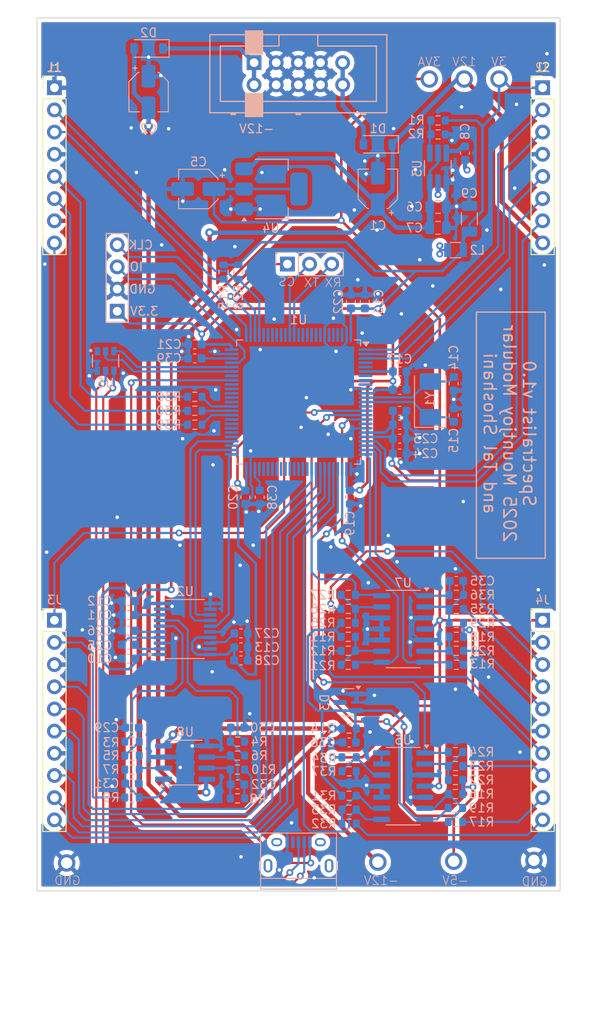
<source format=kicad_pcb>
(kicad_pcb (version 20240108) (generator "pcbnew") (generator_version "8.0")
  (layers (0 "F.Cu" signal) (1 "In1.Cu" signal) (2 "In2.Cu" signal) (31 "B.Cu" signal) (34 "B.Paste" user) (35 "F.Paste" user) (36 "B.SilkS" user "B.Silkscreen") (37 "F.SilkS" user "F.Silkscreen") (38 "B.Mask" user) (39 "F.Mask" user) (44 "Edge.Cuts" user))
  (net 0 "")
  (net 1 "+12V")
  (net 2 "GND")
  (net 3 "-12V")
  (net 4 "+3.3VA")
  (net 5 "/VSW")
  (net 6 "/CB")
  (net 7 "+3.3V")
  (net 8 "Net-(U2-CAPM)")
  (net 9 "Net-(U2-CAPP)")
  (net 10 "Net-(U2-VNEG)")
  (net 11 "Net-(U2-LDOO)")
  (net 12 "Net-(C29-Pad1)")
  (net 13 "Net-(C30-Pad1)")
  (net 14 "Net-(C31-Pad1)")
  (net 15 "Net-(C32-Pad1)")
  (net 16 "/+12V_IN")
  (net 17 "/-12V_IN")
  (net 18 "/FB")
  (net 19 "/Pitch_CV_Scaled")
  (net 20 "/Filter_A_Trm")
  (net 21 "/Filter_B_Trm")
  (net 22 "/Filter_B_CV_In")
  (net 23 "/DAC_BCLK")
  (net 24 "/Filter_A_CV_In")
  (net 25 "/Filter_Slope_Pot")
  (net 26 "/Filter_B_Pot")
  (net 27 "/Filter_A_Pot")
  (net 28 "/Filter_Mode")
  (net 29 "/Pan_CV_In")
  (net 30 "/Harm_Stretch_CV_In")
  (net 31 "/Harm_Warp_CV_In")
  (net 32 "/SWCLK")
  (net 33 "/Filter_Slope_CV_In")
  (net 34 "/Harm_Warp_Pot")
  (net 35 "/Harm_Stretch_Trm")
  (net 36 "/SWIO")
  (net 37 "/Octave_Btn")
  (net 38 "/LED_Filter_A_Out")
  (net 39 "/DAC_LRCLK")
  (net 40 "/DAC_DATA")
  (net 41 "/Harm_Stretch_Pot")
  (net 42 "/LED_Oct_Out")
  (net 43 "/LED_Filter_B_Out")
  (net 44 "/Filter_B_CV")
  (net 45 "/Harm_Warp_CV")
  (net 46 "/Filter_Slope_CV")
  (net 47 "/Harm_Stretch_CV")
  (net 48 "/LED_Oct")
  (net 49 "Net-(U5C--)")
  (net 50 "/Pan_CV")
  (net 51 "/-5V_REF")
  (net 52 "Net-(U5D-+)")
  (net 53 "/Pitch_CV_In")
  (net 54 "/Filter_A_CV")
  (net 55 "/LED_Filter_A")
  (net 56 "/LED_Filter_B")
  (net 58 "/SPI3_NSS")
  (net 59 "Net-(U7D--)")
  (net 61 "Net-(U8A--)")
  (net 62 "/USB_DM")
  (net 63 "/DAC_Out_L")
  (net 64 "/DAC_Out_R")
  (net 65 "Net-(U7A--)")
  (net 66 "Net-(U7B--)")
  (net 68 "/USB_VBUS")
  (net 69 "Net-(U8B--)")
  (net 71 "Net-(U7C--)")
  (net 72 "/USB_DP")
  (net 73 "Net-(C38-Pad1)")
  (net 74 "Net-(C39-Pad1)")
  (net 82 "/Audio_Out_R")
  (net 83 "/Audio_Out_L")
  (net 86 "/UART_TX")
  (net 87 "/UART_RX")
  (net 94 "Net-(U5D--)")
  (net 97 "/USB_D+")
  (net 99 "/USB_D-")
  (net 110 "Net-(U5B--)")
  (net 111 "Net-(U5A--)")
  (net 118 "Net-(U1-PH1)")
  (net 130 "Net-(U1-PH0)")
  (net 132 "/LED_SCL")
  (net 133 "/LED_SDA")
  (net 134 "/Harmonic_Mode")
  (footprint "Connector_PinHeader_2.54mm:PinHeader_1x08_P2.54mm_Vertical" (layer "F.Cu") (at 158 58)
    (property "Reference" "J2")
    (property "Value" "Conn_01x08_Pin")
  )
  (footprint "Connector_PinHeader_2.54mm:PinHeader_1x10_P2.54mm_Vertical" (layer "F.Cu") (at 158 119)
    (property "Reference" "J4")
    (property "Value" "Conn_01x10_Pin")
  )
  (footprint "Connector_PinHeader_2.54mm:PinHeader_1x08_P2.54mm_Vertical" (layer "F.Cu") (at 102 58)
    (property "Reference" "J1")
    (property "Value" "Conn_01x08_Pin")
  )
  (footprint "Connector_PinHeader_2.54mm:PinHeader_1x10_P2.54mm_Vertical" (layer "F.Cu") (at 102 119)
    (property "Reference" "J3")
    (property "Value" "Conn_01x10_Pin")
  )
  (footprint "Resistor_SMD:R_0603_1608Metric" (layer "B.Cu") (at 118.1 96.6 180)
    (property "Reference" "R39")
    (property "Value" "1k")
  )
  (footprint "Package_TO_SOT_SMD:SOT-23" (layer "B.Cu") (at 135.7 128.4 180)
    (property "Reference" "D3")
    (property "Value" "LM4040DBZ-5")
  )
  (footprint "Capacitor_SMD:C_0603_1608Metric" (layer "B.Cu") (at 137.6 82.5 -90)
    (property "Reference" "C16")
    (property "Value" "4.7uF")
  )
  (footprint "Capacitor_SMD:C_0603_1608Metric" (layer "B.Cu") (at 118.1 87.4)
    (property "Reference" "C21")
    (property "Value" "100nF")
  )
  (footprint "Capacitor_SMD:CP_Elec_4x5.8" (layer "B.Cu") (at 139.1 69.58 90)
    (property "Reference" "C1")
    (property "Value" "47uF")
  )
  (footprint "Capacitor_SMD:C_0603_1608Metric" (layer "B.Cu") (at 136 82.5 -90)
    (property "Reference" "C22")
    (property "Value" "100nF")
  )
  (footprint "Capacitor_SMD:C_0603_1608Metric" (layer "B.Cu") (at 110.5 118.4 180)
    (property "Reference" "C11")
    (property "Value" "100nF")
  )
  (footprint "Capacitor_SMD:C_0603_1608Metric" (layer "B.Cu") (at 123 137.8)
    (property "Reference" "C32")
    (property "Value" "100pF")
  )
  (footprint "Capacitor_SMD:C_1206_3216Metric" (layer "B.Cu") (at 149.6 73 90)
    (property "Reference" "C9")
    (property "Value" "47uF")
  )
  (footprint "Resistor_SMD:R_0603_1608Metric" (layer "B.Cu") (at 135.7 119.3 180)
    (property "Reference" "R25")
    (property "Value" "75k")
  )
  (footprint "Capacitor_SMD:C_0603_1608Metric" (layer "B.Cu") (at 123.9 104.9 90)
    (property "Reference" "C20")
    (property "Value" "100nF")
  )
  (footprint "Resistor_SMD:R_0603_1608Metric" (layer "B.Cu") (at 118.1 95 180)
    (property "Reference" "R30")
    (property "Value" "1k")
  )
  (footprint "Resistor_SMD:R_0603_1608Metric" (layer "B.Cu") (at 110.9 132.9 180)
    (property "Reference" "R3")
    (property "Value" "1k")
  )
  (footprint "Capacitor_SMD:C_0603_1608Metric" (layer "B.Cu") (at 110.9 137.7)
    (property "Reference" "C31")
    (property "Value" "100pF")
  )
  (footprint "Custom_Footprints:1.3mm_Test_Point" (layer "B.Cu") (at 157 146.5 180)
    (property "Reference" "TP8" (hide yes))
    (property "Value" "TestPoint")
  )
  (footprint "Capacitor_SMD:CP_Elec_4x5.8" (layer "B.Cu") (at 112.8 58.5 -90)
    (property "Reference" "C2")
    (property "Value" "22uF")
  )
  (footprint "Crystal:Crystal_SMD_Abracon_ABM3-2Pin_5.0x3.2mm" (layer "B.Cu") (at 145.1 93.7 90)
    (property "Reference" "Y1")
    (property "Value" "8MHz 20pF")
  )
  (footprint "Resistor_SMD:R_0603_1608Metric" (layer "B.Cu") (at 123 134.5)
    (property "Reference" "R6")
    (property "Value" "15k")
  )
  (footprint "Custom_Footprints:1.3mm_Test_Point" (layer "B.Cu") (at 145 57 180)
    (property "Reference" "TP6" (hide yes))
    (property "Value" "TestPoint")
  )
  (footprint "Package_TO_SOT_SMD:TSOT-23-6_HandSoldering" (layer "B.Cu") (at 146 67.2 90)
    (property "Reference" "U3")
    (property "Value" "TPS561201")
  )
  (footprint "Capacitor_SMD:C_0603_1608Metric" (layer "B.Cu") (at 110.5 116.8 180)
    (property "Reference" "C12")
    (property "Value" "10uF")
  )
  (footprint "Resistor_SMD:R_0603_1608Metric" (layer "B.Cu") (at 123 132.9)
    (property "Reference" "R4")
    (property "Value" "1k")
  )
  (footprint "Resistor_SMD:R_0603_1608Metric" (layer "B.Cu") (at 135.8 131.4)
    (property "Reference" "R14")
    (property "Value" "2k2")
  )
  (footprint "Resistor_SMD:R_0603_1608Metric" (layer "B.Cu") (at 146 61.75 180)
    (property "Reference" "R1")
    (property "Value" "33k")
  )
  (footprint "Resistor_SMD:R_0603_1608Metric" (layer "B.Cu") (at 148 135.7)
    (property "Reference" "R23")
    (property "Value" "100k")
  )
  (footprint "Resistor_SMD:R_0603_1608Metric" (layer "B.Cu") (at 123 139.4)
    (property "Reference" "R8")
    (property "Value" "47k")
  )
  (footprint "Resistor_SMD:R_0603_1608Metric" (layer "B.Cu") (at 148 134.1)
    (property "Reference" "R24")
    (property "Value" "47k")
  )
  (footprint "Resistor_SMD:R_0603_1608Metric" (layer "B.Cu") (at 148.1 122.5)
    (property "Reference" "R20")
    (property "Value" "100k")
  )
  (footprint "Diode_SMD:D_SOD-123" (layer "B.Cu") (at 139.1 64.48 180)
    (property "Reference" "D1")
    (property "Value" "1N5819")
  )
  (footprint "Package_SO:SOIC-8_3.9x4.9mm_P1.27mm" (layer "B.Cu") (at 117 135.3)
    (property "Reference" "U8")
    (property "Value" "TL072")
  )
  (footprint "Resistor_SMD:R_0603_1608Metric" (layer "B.Cu") (at 135.8 142.3)
    (property "Reference" "R32")
    (property "Value" "100k")
  )
  (footprint "Resistor_SMD:R_0603_1608Metric" (layer "B.Cu") (at 148 137.3)
    (property "Reference" "R22")
    (property "Value" "75k")
  )
  (footprint "Resistor_SMD:R_0603_1608Metric" (layer "B.Cu") (at 135.7 120.9 180)
    (property "Reference" "R11")
    (property "Value" "75k")
  )
  (footprint "Capacitor_SMD:C_0603_1608Metric" (layer "B.Cu") (at 123.4 120.5 180)
    (property "Reference" "C27")
    (property "Value" "100nF")
  )
  (footprint "Capacitor_SMD:C_0603_1608Metric" (layer "B.Cu") (at 141.6 96.6 180)
    (property "Reference" "C4" (hide yes))
    (property "Value" "100nF")
  )
  (footprint "Capacitor_SMD:C_0603_1608Metric" (layer "B.Cu") (at 110.5 121.8 180)
    (property "Reference" "C25")
    (property "Value" "2.2uF")
  )
  (footprint "Resistor_SMD:R_0603_1608Metric" (layer "B.Cu") (at 148 142.1)
    (property "Reference" "R17")
    (property "Value" "100k")
  )
  (footprint "Capacitor_SMD:C_0805_2012Metric" (layer "B.Cu") (at 146 71.65)
    (property "Reference" "C6")
    (property "Value" "10uF")
  )
  (footprint "Capacitor_SMD:C_0603_1608Metric" (layer "B.Cu") (at 118.1 89 180)
    (property "Reference" "C39")
    (property "Value" "2.2uF")
  )
  (footprint "Capacitor_SMD:C_0603_1608Metric" (layer "B.Cu") (at 123 131.3)
    (property "Reference" "C30")
    (property "Value" "2.2nF")
  )
  (footprint "Custom_Footprints:1.3mm_Test_Point" (layer "B.Cu") (at 153 57 180)
    (property "Reference" "TP5" (hide yes))
    (property "Value" "TestPoint")
  )
  (footprint "Capacitor_SMD:C_0603_1608Metric" (layer "B.Cu") (at 141.6 98.2 180)
    (property "Reference" "C23")
    (property "Value" "100nF")
  )
  (footprint "Resistor_SMD:R_0603_1608Metric" (layer "B.Cu") (at 135.7 124.1 180)
    (property "Reference" "R21")
    (property "Value" "47k")
  )
  (footprint "Capacitor_SMD:C_0603_1608Metric" (layer "B.Cu") (at 110.9 131.3 180)
    (property "Reference" "C29")
    (property "Value" "2.2nF")
  )
  (footprint "Connector_PinHeader_2.54mm:PinHeader_1x03_P2.54mm_Vertical" (layer "B.Cu") (at 128.725 78.2 -90)
    (property "Reference" "J7" (hide yes))
    (property "Value" "UART_Test_Pins")
  )
  (footprint "Capacitor_SMD:C_0603_1608Metric" (layer "B.Cu") (at 110.5 123.4 180)
    (property "Reference" "C10")
    (property "Value" "100nF")
  )
  (footprint "Custom_Footprints:1.3mm_Test_Point" (layer "B.Cu") (at 149 57 180)
    (property "Reference" "TP2" (hide yes))
    (property "Value" "TestPoint")
  )
  (footprint "Resistor_SMD:R_0603_1608Metric" (layer "B.Cu") (at 135.8 139.1 180)
    (property "Reference" "R31")
    (property "Value" "75k")
  )
  (footprint "Capacitor_SMD:C_0603_1608Metric" (layer "B.Cu") (at 110.5 120.2 180)
    (property "Reference" "C26")
    (property "Value" "2.2uF")
  )
  (footprint "Capacitor_SMD:C_0603_1608Metric" (layer "B.Cu") (at 147.8 95.5 90)
    (property "Reference" "C15")
    (property "Value" "30pF")
  )
  (footprint "Resistor_SMD:R_0603_1608Metric" (layer "B.Cu") (at 135.8 136.3 180)
    (property "Reference" "R37")
    (property "Value" "10k")
  )
  (footprint "Capacitor_SMD:C_0603_1608Metric" (layer "B.Cu") (at 148.1 114.5)
    (property "Reference" "C35")
    (property "Value" "2.2nF")
  )
  (footprint "Package_QFP:LQFP-100_14x14mm_P0.5mm" (layer "B.Cu") (at 130 94 180)
    (property "Reference" "U1")
    (property "Value" "STM32H723VGTx")
  )
  (footprint "Capacitor_SMD:C_0603_1608Metric" (layer "B.Cu") (at 141.6 99.9 180)
    (property "Reference" "C24")
    (property "Value" "1uF")
  )
  (footprint "Package_SO:SO-14_3.9x8.65mm_P1.27mm" (layer "B.Cu") (at 142 138 180)
    (property "Reference" "U5")
    (property "Value" "MCP6004")
  )
  (footprint "Package_SO:TSSOP-20_4.4x6.5mm_P0.65mm" (layer "B.Cu") (at 117 120)
    (property "Reference" "U2")
    (property "Value" "PCM5100APW")
  )
  (footprint "Resistor_SMD:R_0603_1608Metric" (layer "B.Cu") (at 148 140.5)
    (property "Reference" "R19")
    (property "Value" "47k")
  )
  (footprint "Resistor_SMD:R_0603_1608Metric" (layer "B.Cu") (at 110.9 134.5 180)
    (property "Reference" "R5")
    (property "Value" "15k")
  )
  (footprint "Resistor_SMD:R_0603_1608Metric" (layer "B.Cu") (at 135.7 122.5 180)
    (property "Reference" "R12")
    (property "Value" "100k")
  )
  (footprint "Custom_Footprints:1.3mm_Test_Point" (layer "B.Cu") (at 139.1 146.7 180)
    (property "Reference" "TP3" (hide yes))
    (property "Value" "TestPoint")
  )
  (footprint "Resistor_SMD:R_0603_1608Metric" (layer "B.Cu") (at 135.7 116.1 180)
    (property "Reference" "R27")
    (property "Value" "47k")
  )
  (footprint "Resistor_SMD:R_0603_1608Metric" (layer "B.Cu") (at 146 63.35)
    (property "Reference" "R2")
    (property "Value" "10k")
  )
  (footprint "Resistor_SMD:R_0603_1608Metric" (layer "B.Cu") (at 123 136.1)
    (property "Reference" "R10")
    (property "Value" "100")
  )
  (footprint "Capacitor_SMD:C_0603_1608Metric" (layer "B.Cu") (at 123.4 123.6)
    (property "Reference" "C28")
    (property "Value" "10uF")
  )
  (footprint "Package_SO:SO-14_3.9x8.65mm_P1.27mm" (layer "B.Cu") (at 142 120 180)
    (property "Reference" "U7")
    (property "Value" "MCP6004")
  )
  (footprint "Capacitor_SMD:C_0603_1608Metric" (layer "B.Cu") (at 141.6 92.6 180)
    (property "Reference" "C18" (hide yes))
    (property "Value" "100nF")
  )
  (footprint "Custom_Footprints:1.3mm_Test_Point" (layer "B.Cu") (at 147.8 146.6 180)
    (property "Reference" "TP7" (hide yes))
    (property "Value" "TestPoint")
  )
  (footprint "Capacitor_SMD:C_0603_1608Metric" (layer "B.Cu") (at 125.55 104.9 -90)
    (property "Reference" "C38")
    (property "Value" "2.2uF")
  )
  (footprint "Capacitor_SMD:C_0603_1608Metric" (layer "B.Cu") (at 135.9 104.9 90)
    (property "Reference" "C19")
    (property "Value" "100nF")
  )
  (footprint "Capacitor_SMD:C_0603_1608Metric" (layer "B.Cu") (at 135.8 133)
    (property "Reference" "C36")
    (property "Value" "100nF")
  )
  (footprint "Capacitor_SMD:C_0603_1608Metric" (layer "B.Cu") (at 123.4 122.1)
    (property "Reference" "C13")
    (property "Value" "100nF")
  )
  (footprint "Resistor_SMD:R_0603_1608Metric" (layer "B.Cu") (at 148.1 120.9)
    (property "Reference" "R18")
    (property "Value" "75k")
  )
  (footprint "Capacitor_SMD:CP_Elec_4x5.8" (layer "B.Cu") (at 118.5 69.6 180)
    (property "Reference" "C5")
    (property "Value" "22uF")
  )
  (footprint "Resistor_SMD:R_0603_1608Metric" (layer "B.Cu") (at 148.1 124.1)
    (property "Reference" "R13")
    (property "Value" "47k")
  )
  (footprint "Custom_Footprints:USB_Micro-B_Amphenol" (layer "B.Cu") (at 130 145.765 180)
    (property "Reference" "J8" (hide yes))
    (property "Value" "USB_B_Micro")
  )
  (footprint "Custom_Footprints:Eurorack_10_pin_header" (layer "B.Cu") (at 124.9 55.125)
    (property "Reference" "J5" (hide yes))
    (property "Value" "Eurorack_10_pin_power")
  )
  (footprint "Resistor_SMD:R_0603_1608Metric" (layer "B.Cu") (at 135.7 117.7 180)
    (property "Reference" "R26")
    (property "Value" "100k")
  )
  (footprint "Resistor_SMD:R_0603_1608Metric" (layer "B.Cu") (at 135.8 134.7 180)
    (property "Reference" "R34")
    (property "Value" "10k")
  )
  (footprint "Resistor_SMD:R_0603_1608Metric" (layer "B.Cu") (at 148.1 117.7)
    (property "Reference" "R35")
    (property "Value" "100k")
  )
  (footprint "Custom_Footprints:1.3mm_Test_Point" (layer "B.Cu") (at 103.4 146.8 180)
    (property "Reference" "TP4" (hide yes))
    (property "Value" "TestPoint")
  )
  (footprint "Capacitor_SMD:C_0805_2012Metric" (layer "B.Cu") (at 146 74.05)
    (property "Reference" "C7")
    (property "Value" "10uF")
  )
  (footprint "Resistor_SMD:R_0603_1608Metric" (layer "B.Cu") (at 148 138.9)
    (property "Reference" "R16")
    (property "Value" "75k")
  )
  (footprint "Resistor_SMD:R_0603_1608Metric" (layer "B.Cu") (at 135.8 140.7 180)
    (property "Reference" "R33")
    (property "Value" "47k")
  )
  (footprint "Resistor_SMD:R_0603_1608Metric" (layer "B.Cu") (at 110.9 139.3 180)
    (property "Reference" "R9")
    (property "Value" "100")
  )
  (footprint "Capacitor_SMD:C_0603_1608Metric" (layer "B.Cu") (at 141.6 90.5 180)
    (property "Reference" "C17")
    (property "Value" "100nF")
  )
  (footprint "Resistor_SMD:R_0603_1608Metric" (layer "B.Cu") (at 110.9 136.1)
    (property "Reference" "R7")
    (property "Value" "47k")
  )
  (footprint "Custom_Footprints:SWD_header" (layer "B.Cu") (at 109.2 83.6 90)
    (property "Reference" "J6" (hide yes))
    (property "Value" "SWD_Header")
  )
  (footprint "Resistor_SMD:R_0603_1608Metric" (layer "B.Cu") (at 118.1 93.4 180)
    (property "Reference" "R38")
    (property "Value" "1k")
  )
  (footprint "Resistor_SMD:R_0603_1608Metric" (layer "B.Cu") (at 148.1 116.1)
    (property "Reference" "R36")
    (property "Value" "47k")
  )
  (footprint "Capacitor_SMD:C_0603_1608Metric" (layer "B.Cu") (at 149.1 65.5 90)
    (property "Reference" "C8")
    (property "Value" "100nF")
  )
  (footprint "Custom_Footprints:STF202-22T1G" (layer "B.Cu") (at 107.86825 89.3)
    (property "Reference" "U6")
    (property "Value" "STF202-22T1G" (hide yes))
  )
  (footprint "Resistor_SMD:R_0603_1608Metric" (layer "B.Cu") (at 121.4 79.1 -90)
    (property "Reference" "R15")
    (property "Value" "1k6")
  )
  (footprint "Resistor_SMD:R_0603_1608Metric" (layer "B.Cu") (at 148.1 119.3)
    (property "Reference" "R29")
    (property "Value" "75k")
  )
  (footprint "Diode_SMD:D_SOD-123" (layer "B.Cu") (at 112.8 53.5 180)
    (property "Reference" "D2")
    (property "Value" "1N5819")
  )
  (footprint "Resistor_SMD:R_0603_1608Metric" (layer "B.Cu") (at 123.1 79.1 -90)
    (property "Reference" "R28")
    (property "Value" "1k6")
  )
  (footprint "Capacitor_SMD:C_0603_1608Metric" (layer "B.Cu") (at 147.8 91.9 -90)
    (property "Reference" "C14")
    (property "Value" "30pF")
  )
  (footprint "Custom_Footprints:L_0806" (layer "B.Cu") (at 148 76.6)
    (property "Reference" "L2")
    (property "Value" "3.3uH")
  )
  (footprint "Package_TO_SOT_SMD:SOT-223-3_TabPin2" (layer "B.Cu") (at 126.9 69.6)
    (property "Reference" "U4")
    (property "Value" "LT1117-3.3")
  )
  (footprint "Capacitor_SMD:C_0603_1608Metric" (layer "B.Cu") (at 141.6 95 180)
    (property "Reference" "C3" (hide yes))
    (property "Value" "1uF")
  )
  (gr_rect (start 150.4 83.7) (end 158.3 111.9) (stroke (width 0.15)) (fill none) (layer "B.SilkS"))
  (gr_rect (start 100 50) (end 160 150) (stroke (width 0.1)) (fill none) (layer "Edge.Cuts"))
  (gr_text "3VA" (at 145 55.6 0) (layer "B.SilkS") (effects (font (size 1 1) (thickness 0.1)) (justify bottom mirror)))
  (gr_text "CS" (at 129.7 80.8 0) (layer "B.SilkS") (effects (font (size 1 1) (thickness 0.1)) (justify left bottom mirror)))
  (gr_text "12V" (at 149 55.6 0) (layer "B.SilkS") (effects (font (size 1 1) (thickness 0.1)) (justify bottom mirror)))
  (gr_text "GND" (at 103.5 149.4 0) (layer "B.SilkS") (effects (font (size 1 1) (thickness 0.1)) (justify bottom mirror)))
  (gr_text "J1" (at 102 55.7 -0) (layer "B.SilkS") (effects (font (size 1 1)) (justify mirror)))
  (gr_text "Spectralist v1.0\n2025 Mountjoy Modular\nand Tal Shoshani\n" (at 154.2 97.6 270) (layer "B.SilkS") (effects (font (size 1.4 1.4) (thickness 0.2)) (justify mirror)))
  (gr_text "GND" (at 157.1 149.5 0) (layer "B.SilkS") (effects (font (size 1 1) (thickness 0.1)) (justify bottom mirror)))
  (gr_text "J2" (at 158 55.7 -0) (layer "B.SilkS") (effects (font (size 1 1)) (justify mirror)))
  (gr_text "3V" (at 153 55.6 0) (layer "B.SilkS") (effects (font (size 1 1) (thickness 0.1)) (justify bottom mirror)))
  (gr_text "-12V" (at 139.5 149.4 0) (layer "B.SilkS") (effects (font (size 1 1) (thickness 0.1)) (justify bottom mirror)))
  (gr_text "-5V" (at 148 149.4 0) (layer "B.SilkS") (effects (font (size 1 1) (thickness 0.1)) (justify bottom mirror)))
  (gr_text "TX" (at 132.4 80.9 0) (layer "B.SilkS") (effects (font (size 1 1) (thickness 0.1)) (justify left bottom mirror)))
  (gr_text "RX" (at 135 80.9 0) (layer "B.SilkS") (effects (font (size 1 1) (thickness 0.1)) (justify left bottom mirror)))
  (segment (start 119.8 74.6) (end 119.8 81.2) (width 0.5) (layer "F.Cu") (net 1))
  (segment (start 116.6 138.7) (end 119.4 138.7) (width 0.5) (layer "F.Cu") (net 1))
  (segment (start 153.3 61.3) (end 153.3 71.08) (width 0.5) (layer "F.Cu") (net 1))
  (segment (start 153.3 71.08) (end 158 75.78) (width 0.5) (layer "F.Cu") (net 1))
  (segment (start 119.8 81.2) (end 113.9 87.1) (width 0.5) (layer "F.Cu") (net 1))
  (segment (start 113.9 87.1) (end 113.9 136) (width 0.5) (layer "F.Cu") (net 1))
  (segment (start 113.9 136) (end 116.6 138.7) (width 0.5) (layer "F.Cu") (net 1))
  (segment (start 149 57) (end 153.3 61.3) (width 0.5) (layer "F.Cu") (net 1))
  (via (at 119.8 74.6) (size 1) (drill 0.5) (layers "F.Cu" "B.Cu") (net 1))
  (via (at 119.4 138.7) (size 1) (drill 0.5) (layers "F.Cu" "B.Cu") (net 1))
  (segment (start 148.985 57.015) (end 148.215 57.015) (width 0.5) (layer "B.Cu") (net 1))
  (segment (start 119.4 138.7) (end 119.4 137.28) (width 0.5) (layer "B.Cu") (net 1))
  (segment (start 145.0875 71.65) (end 145.0875 74.05) (width 0.75) (layer "B.Cu") (net 1))
  (segment (start 140.75 64.48) (end 148.215 57.015) (width 0.5) (layer "B.Cu") (net 1))
  (segment (start 139.1 71.38) (end 135.88 74.6) (width 0.5) (layer "B.Cu") (net 1))
  (segment (start 145.05 71.6125) (end 145.05 68.6) (width 0.5) (layer "B.Cu") (net 1))
  (segment (start 145.05 67.57) (end 146 66.62) (width 0.3) (layer "B.Cu") (net 1))
  (segment (start 141.25 74.03) (end 139.1 71.88) (width 0.5) (layer "B.Cu") (net 1))
  (segment (start 124.3 67.3) (end 125.5 66.1) (width 0.5) (layer "B.Cu") (net 1))
  (segment (start 145.05 68.6) (end 145.05 67.57) (width 0.3) (layer "B.Cu") (net 1))
  (segment (start 133.82 66.1) (end 139.1 71.38) (width 0.5) (layer "B.Cu") (net 1))
  (segment (start 139.1 71.88) (end 139.1 71.38) (width 0.5) (layer "B.Cu") (net 1))
  (segment (start 140.8 69.705) (end 140.8 64.53) (width 0.5) (layer "B.Cu") (net 1))
  (segment (start 139.45 71.055) (end 140.8 69.705) (width 0.5) (layer "B.Cu") (net 1))
  (segment (start 125.5 66.1) (end 133.82 66.1) (width 0.5) (layer "B.Cu") (net 1))
  (segment (start 149 57) (end 148.985 57.015) (width 0.5) (layer "B.Cu") (net 1))
  (segment (start 135.88 74.6) (end 119.8 74.6) (width 0.5) (layer "B.Cu") (net 1))
  (segment (start 119.4 137.28) (end 119.475 137.205) (width 0.5) (layer "B.Cu") (net 1))
  (segment (start 145.0875 71.65) (end 145.05 71.6125) (width 0.25) (layer "B.Cu") (net 1))
  (segment (start 140.8 64.53) (end 140.75 64.48) (width 0.5) (layer "B.Cu") (net 1))
  (segment (start 146 66.62) (end 146 65.9) (width 0.3) (layer "B.Cu") (net 1))
  (segment (start 123.75 67.3) (end 124.3 67.3) (width 0.5) (layer "B.Cu") (net 1))
  (segment (start 145.05 74.03) (end 141.25 74.03) (width 0.5) (layer "B.Cu") (net 1))
  (via (at 145.4 80.7) (size 0.8) (drill 0.4) (layers "F.Cu" "B.Cu") (net 2))
  (via (at 155 59.9) (size 0.8) (drill 0.4) (layers "F.Cu" "B.Cu") (net 2))
  (via (at 108.98498 123.257773) (size 0.8) (drill 0.4) (layers "F.Cu" "B.Cu") (net 2))
  (via (at 114.2 56.6) (size 0.8) (drill 0.4) (layers "F.Cu" "B.Cu") (net 2))
  (via (at 116.436397 135.863603) (size 0.8) (drill 0.4) (layers "F.Cu" "B.Cu") (net 2))
  (via (at 120.2 101.2) (size 0.8) (drill 0.4) (layers "F.Cu" "B.Cu") (net 2))
  (via (at 123.3 112.7) (size 0.8) (drill 0.4) (layers "F.Cu" "B.Cu") (net 2))
  (via (at 136.4 72) (size 0.8) (drill 0.4) (layers "F.Cu" "B.Cu") (net 2))
  (via (at 108.7875 118.4) (size 0.8) (drill 0.4) (layers "F.Cu" "B.Cu") (net 2))
  (via (at 143.4 67.38) (size 0.8) (drill 0.4) (layers "F.Cu" "B.Cu") (net 2))
  (via (at 119.9 116) (size 0.8) (drill 0.4) (layers "F.Cu" "B.Cu") (net 2))
  (via (at 109.2 107.2) (size 0.8) (drill 0.4) (layers "F.Cu" "B.Cu") (net 2))
  (via (at 122.9 85.7) (size 0.8) (drill 0.4) (layers "F.Cu" "B.Cu") (net 2))
  (via (at 127.8 147.6) (size 0.8) (drill 0.4) (layers "F.Cu" "B.Cu") (net 2))
  (via (at 124.8 110.4) (size 0.8) (drill 0.4) (layers "F.Cu" "B.Cu") (net 2))
  (via (at 124.4 129.7) (size 0.8) (drill 0.4) (layers "F.Cu" "B.Cu") (net 2))
  (via (at 158.2 78.3) (size 0.8) (drill 0.4) (layers "F.Cu" "B.Cu") (net 2))
  (via (at 136.7 102.244436) (size 0.8) (drill 0.4) (layers "F.Cu" "B.Cu") (net 2))
  (via (at 137.125 105.91046) (size 0.8) (drill 0.4) (layers "F.Cu" "B.Cu") (net 2))
  (via (at 148 113.1) (size 0.8) (drill 0.4) (layers "F.Cu" "B.Cu") (net 2))
  (via (at 115.1 62.7) (size 0.8) (drill 0.4) (layers "F.Cu" "B.Cu") (net 2))
  (via (at 154.8 69.5) (size 0.8) (drill 0.4) (layers "F.Cu" "B.Cu") (net 2))
  (via (at 122.7 76.2) (size 0.8) (drill 0.4) (layers "F.Cu" "B.Cu") (net 2))
  (via (at 122.5875 119.2) (size 0.8) (drill 0.4) (layers "F.Cu" "B.Cu") (net 2))
  (via (at 138.7 127.6) (size 0.8) (drill 0.4) (layers "F.Cu" "B.Cu") (net 2))
  (via (at 151.8 125.5) (size 0.8) (drill 0.4) (layers "F.Cu" "B.Cu") (net 2))
  (via (at 141.75 100.9) (size 0.8) (drill 0.4) (layers "F.Cu" "B.Cu") (net 2))
  (via (at 141.8 95.8) (size 0.8) (drill 0.4) (layers "F.Cu" "B.Cu") (net 2))
  (via (at 143.9 98.1) (size 0.8) (drill 0.4) (layers "F.Cu" "B.Cu") (net 2))
  (via (at 116.4 110.4) (size 0.8) (drill 0.4) (layers "F.Cu" "B.Cu") (net 2))
  (via (at 133.9 133) (size 0.8) (drill 0.4) (layers "F.Cu" "B.Cu") (net 2))
  (via (at 117.8 133.4) (size 0.8) (drill 0.4) (layers "F.Cu" "B.Cu") (net 2))
  (via (at 124.5 99.6) (size 0.8) (drill 0.4) (layers "F.Cu" "B.Cu") (net 2))
  (via (at 147.7 68.55) (size 0.8) (drill 0.4) (layers "F.Cu" "B.Cu") (net 2))
  (via (at 106 91) (size 0.8) (drill 0.4) (layers "F.Cu" "B.Cu") (net 2))
  (via (at 141.3 112.3) (size 0.8) (drill 0.4) (layers "F.Cu" "B.Cu") (net 2))
  (via (at 130.9 93.5) (size 0.8) (drill 0.4) (layers "F.Cu" "B.Cu") (net 2))
  (via (at 123.4 146.1) (size 0.8) (drill 0.4) (layers "F.Cu" "B.Cu") (net 2))
  (via (at 120.3 97.3) (size 0.8) (drill 0.4) (layers "F.Cu" "B.Cu") (net 2))
  (via (at 124.1 119.1) (size 0.8) (drill 0.4) (layers "F.Cu" "B.Cu") (net 2))
  (via (at 143 71.58) (size 0.8) (drill 0.4) (layers "F.Cu" "B.Cu") (net 2))
  (via (at 139.1 81.6) (size 0.8) (drill 0.4) (layers "F.Cu" "B.Cu") (net 2))
  (via (at 108.6 138) (size 0.8) (drill 0.4) (layers "F.Cu" "B.Cu") (net 2))
  (via (at 108.557353 117.030147) (size 0.8) (drill 0.4) (layers "F.Cu" "B.Cu") (net 2))
  (via (at 120.4 88.2) (size 0.8) (drill 0.4) (layers "F.Cu" "B.Cu") (net 2))
  (via (at 105.2 120.1) (size 0.8) (drill 0.4) (layers "F.Cu" "B.Cu") (net 2))
  (via (at 143.9 99.9) (size 0.8) (drill 0.4) (layers "F.Cu" "B.Cu") (net 2))
  (via (at 109.9 90.7) (size 0.8) (drill 0.4) (layers "F.Cu" "B.Cu") (net 2))
  (via (at 151.6 74.3) (size 0.8) (drill 0.4) (layers "F.Cu" "B.Cu") (net 2))
  (via (at 148.7 60.2) (size 0.8) (drill 0.4) (layers "F.Cu" "B.Cu") (net 2))
  (via (at 100.9 78.2) (size 0.8) (drill 0.4) (layers "F.Cu" "B.Cu") (net 2))
  (via (at 118.58474 122.038449) (size 0.8) (drill 0.4) (layers "F.Cu" "B.Cu") (net 2))
  (via (at 138 114.7) (size 0.8) (drill 0.4) (layers "F.Cu" "B.Cu") (net 2))
  (via (at 111.4 67.7) (size 0.8) (drill 0.4) (layers "F.Cu" "B.Cu") (net 2))
  (via (at 133.4 97.7) (size 0.8) (drill 0.4) (layers "F.Cu" "B.Cu") (net 2))
  (via (at 117.4 86.5) (size 0.8) (drill 0.4) (layers "F.Cu" "B.Cu") (net 2))
  (via (at 155.4 134.1) (size 0.8) (drill 0.4) (layers "F.Cu" "B.Cu") (net 2))
  (via (at 135.1 127.1) (size 0.8) (drill 0.4) (layers "F.Cu" "B.Cu") (net 2))
  (via (at 136 92.6) (size 0.8) (drill 0.4) (layers "F.Cu" "B.Cu") (net 2))
  (via (at 136.8 80) (size 0.8) (drill 0.4) (layers "F.Cu" "B.Cu") (net 2))
  (via (at 120.5 92.6) (size 0.8) (drill 0.4) (layers "F.Cu" "B.Cu") (net 2))
  (via (at 124 106.6) (size 0.8) (drill 0.4) (layers "F.Cu" "B.Cu") (net 2))
  (via (at 136 98.2) (size 0.8) (drill 0.4) (layers "F.Cu" "B.Cu") (net 2))
  (via (at 148 126.9) (size 0.8) (drill 0.4) (layers "F.Cu" "B.Cu") (net 2))
  (via (at 137.75 67.8675) (size 0.8) (drill 0.4) (layers "F.Cu" "B.Cu") (net 2))
  (via (at 116.6 88.2) (size 0.8) (drill 0.4) (layers "F.Cu" "B.Cu") (net 2))
  (via (at 108.7875 120.2) (size 0.8) (drill 0.4) (layers "F.Cu" "B.Cu") (net 2))
  (via (at 125.6 71.9) (size 0.8) (drill 0.4) (layers "F.Cu" "B.Cu") (net 2))
  (via (at 137.8 137.9) (size 0.8) (drill 0.4) (layers "F.Cu" "B.Cu") (net 2))
  (via (at 129.2 142.2) (size 0.8) (drill 0.4) (layers "F.Cu" "B.Cu") (net 2))
  (via (at 112.8 54.5) (size 0.8) (drill 0.4) (layers "F.Cu" "B.Cu") (net 2))
  (via (at 121.525 67.4) (size 0.8) (drill 0.4) (layers "F.Cu" "B.Cu") (net 2))
  (via (at 147.588603 64.038603) (size 0.8) (drill 0.4) (layers "F.Cu" "B.Cu") (net 2))
  (via (at 116.7 98.2) (size 0.8) (drill 0.4) (layers "F.Cu" "B.Cu") (net 2))
  (via (at 139 74.3) (size 0.8) (drill 0.4) (layers "F.Cu" "B.Cu") (net 2))
  (via (at 141.8 83.9) (size 0.8) (drill 0.4) (layers "F.Cu" "B.Cu") (net 2))
  (via (at 144.55 89.775) (size 0.8) (drill 0.4) (layers "F.Cu" "B.Cu") (net 2))
  (via (at 134.3 88.2) (size 0.8) (drill 0.4) (layers "F.Cu" "B.Cu") (net 2))
  (via (at 143 132.9) (size 0.8) (drill 0.4) (layers "F.Cu" "B.Cu") (net 2))
  (via (at 101.1 111.2) (size 0.8) (drill 0.4) (layers "F.Cu" "B.Cu") (net 2))
  (via (at 140.3 109.3) (size 0.8) (drill 0.4) (layers "F.Cu" "B.Cu") (net 2))
  (via (at 147.7 67.45) (size 0.8) (drill 0.4) (layers "F.Cu" "B.Cu") (net 2))
  (via (at 142.859505 139.273553) (size 0.8) (drill 0.4) (layers "F.Cu" "B.Cu") (net 2))
  (via (at 122.225 71.9) (size 0.8) (drill 0.4) (layers "F.Cu" "B.Cu") (net 2))
  (via (at 125.8 67.7) (size 0.8) (drill 0.4) (layers "F.Cu" "B.Cu") (net 2))
  (via (at 127.2 84.5) (size 0.8) (drill 0.4) (layers "F.Cu" "B.Cu") (net 2))
  (via (at 153.2 81.1) (size 0.8) (drill 0.4) (layers "F.Cu" "B.Cu") (net 2))
  (via (at 114.3 76) (size 0.8) (drill 0.4) (layers "F.Cu" "B.Cu") (net 2))
  (via (at 120.1 124.9) (size 0.8) (drill 0.4) (layers "F.Cu" "B.Cu") (net 2))
  (via (at 138.2 131.8) (size 0.8) (drill 0.4) (layers "F.Cu" "B.Cu") (net 2))
  (via (at 125.6 88) (size 0.8) (drill 0.4) (layers "F.Cu" "B.Cu") (net 2))
  (via (at 115.930147 121.057353) (size 0.8) (drill 0.4) (layers "F.Cu" "B.Cu") (net 2))
  (via (at 109.1 130.380029) (size 0.8) (drill 0.4) (layers "F.Cu" "B.Cu") (net 2))
  (via (at 142.9 118.7) (size 0.8) (drill 0.4) (layers "F.Cu" "B.Cu") (net 2))
  (via (at 140.9 62.68) (size 0.8) (drill 0.4) (layers "F.Cu" "B.Cu") (net 2))
  (via (at 133.7 110.6) (size 0.8) (drill 0.4) (layers "F.Cu" "B.Cu") (net 2))
  (via (at 158.5 54.1) (size 0.8) (drill 0.4) (layers "F.Cu" "B.Cu") (net 2))
  (via (at 110.8 62.6) (size 0.8) (drill 0.4) (layers "F.Cu" "B.Cu") (net 2))
  (via (at 157.5 115.5) (size 0.8) (drill 0.4) (layers "F.Cu" "B.Cu") (net 2))
  (via (at 130.3 96.9) (size 0.8) (drill 0.4) (layers "F.Cu" "B.Cu") (net 2))
  (via (at 134 84.4) (size 0.8) (drill 0.4) (layers "F.Cu" "B.Cu") (net 2))
  (via (at 147.800002 93.699998) (size 0.8) (drill 0.4) (layers "F.Cu" "B.Cu") (net 2))
  (via (at 137.6 66.4) (size 0.8) (drill 0.4) (layers "F.Cu" "B.Cu") (net 2))
  (via (at 142.8 121.5) (size 0.8) (drill 0.4) (layers "F.Cu" "B.Cu") (net 2))
  (via (at 148.136397 71.586397) (size 0.8) (drill 0.4) (layers "F.Cu" "B.Cu") (net 2))
  (via (at 139.1 65.78) (size 0.8) (drill 0.4) (layers "F.Cu" "B.Cu") (net 2))
  (via (at 137.3 86.1) (size 0.8) (drill 0.4) (layers "F.Cu" "B.Cu") (net 2))
  (via (at 134.7 81.6) (size 0.8) (drill 0.4) (layers "F.Cu" "B.Cu") (net 2))
  (via (at 131.8 148.5) (size 0.8) (drill 0.4) (layers "F.Cu" "B.Cu") (net 2))
  (via (at 137.9 120) (size 0.8) (drill 0.4) (layers "F.Cu" "B.Cu") (net 2))
  (via (at 116.725 71) (size 0.8) (drill 0.4) (layers "F.Cu" "B.Cu") (net 2))
  (via (at 115.5 117.4) (size 0.8) (drill 0.4) (layers "F.Cu" "B.Cu") (net 2))
  (via (at 148.9 105.4) (size 0.8) (drill 0.4) (layers "F.Cu" "B.Cu") (net 2))
  (via (at 143.9 77.7) (size 0.8) (drill 0.4) (layers "F.Cu" "B.Cu") (net 2))
  (via (at 125.433794 106.533794) (size 0.8) (drill 0.4) (layers "F.Cu" "B.Cu") (net 2))
  (segment (start 124.7 104.875) (end 123.9 105.675) (width 0.25) (layer "B.Cu") (net 2))
  (segment (start 133 86.325) (end 133 85.4) (width 0.25) (layer "B.Cu") (net 2))
  (segment (start 124.5 101.675) (end 124.5 103.465948) (width 0.25) (layer "B.Cu") (net 2))
  (segment (start 144.475 121.27) (end 143.87 121.27) (width 0.25) (layer "B.Cu") (net 2))
  (segment (start 147.8 94.725) (end 147.8 93.7) (width 0.25) (layer "B.Cu") (net 2))
  (segment (start 143.87 121.27) (end 143.175 120.575) (width 0.25) (layer "B.Cu") (net 2))
  (segment (start 143.67 118.73) (end 144.475 118.73) (width 0.25) (layer "B.Cu") (net 2))
  (segment (start 119.85 120.325) (end 121.4625 120.325) (width 0.25) (layer "B.Cu") (net 2))
  (segment (start 147.8 92.675) (end 147.8 93.699996) (width 0.25) (layer "B.Cu") (net 2))
  (segment (start 128.7 142.7) (end 129.2 142.2) (width 0.25) (layer "B.Cu") (net 2))
  (segment (start 142.375 92.6) (end 142.375 90.5) (width 0.5) (layer "B.Cu") (net 2))
  (segment (start 124.5 103.465948) (end 124.7 103.665948) (width 0.25) (layer "B.Cu") (net 2))
  (segment (start 115.3625 121.625) (end 115.930147 121.057353) (width 0.25) (layer "B.Cu") (net 2))
  (segment (start 137.675 92.5) (end 136.1 92.5) (width 0.25) (layer "B.Cu") (net 2))
  (segment (start 115.175 117.725) (end 115.5 117.4) (width 0.25) (layer "B.Cu") (net 2))
  (segment (start 121.4625 120.325) (end 122.5875 119.2) (width 0.25) (layer "B.Cu") (net 2))
  (segment (start 147.8 93.699996) (end 147.800002 93.699998) (width 0.25) (layer "B.Cu") (net 2))
  (segment (start 128.7 144.415) (end 128.7 145.4) (width 0.25) (layer "B.Cu") (net 2))
  (segment (start 142.375 96.6) (end 143.889463 98.114463) (width 0.25) (layer "B.Cu") (net 2))
  (segment (start 135.5 85.457236) (end 134.442764 84.4) (width 0.25) (layer "B.Cu") (net 2))
  (segment (start 142.375 90.5) (end 143.1 89.775) (width 0.5) (layer "B.Cu") (net 2))
  (segment (start 120.7 88.5) (end 120.4 88.2) (width 0.25) (layer "B.Cu") (net 2))
  (segment (start 133 87.192764) (end 134.007236 88.2) (width 0.25) (layer "B.Cu") (net 2))
  (segment (start 137.675 97) (end 136.1 97) (width 0.25) (layer "B.Cu") (net 2))
  (segment (start 135.5 86.325) (end 135.5 87.192764) (width 0.25) (layer "B.Cu") (net 2))
  (segment (start 143.175 119.225) (end 143.67 118.73) (width 0.25) (layer "B.Cu") (net 2))
  (segment (start 135.5 86.325) (end 135.5 85.457236) (width 0.25) (layer "B.Cu") (net 2))
  (segment (start 143.1 89.775) (end 144.55 89.775) (width 0.5) (layer "B.Cu") (net 2))
  (segment (start 114.125 117.725) (end 115.175 117.725) (width 0.25) (layer "B.Cu") (net 2))
  (segment (start 133 85.4) (end 134 84.4) (width 0.25) (layer "B.Cu") (net 2))
  (segment (start 134.442764 84.4) (end 134 84.4) (width 0.25) (layer "B.Cu") (net 2))
  (segment (start 134.492764 88.2) (end 134.3 88.2) (width 0.25) (layer "B.Cu") (net 2))
  (segment (start 143.175 120.575) (end 143.175 119.225) (width 0.25) (layer "B.Cu") (net 2))
  (segment (start 114.125 121.625) (end 115.3625 121.625) (width 0.25) (layer "B.Cu") (net 2))
  (segment (start 128.7 144.415) (end 128.7 142.7) (width 0.25) (layer "B.Cu") (net 2))
  (segment (start 124.5 101.675) (end 124.5 99.6) (width 0.25) (layer "B.Cu") (net 2))
  (segment (start 136.1 92.5) (end 136 92.6) (width 0.25) (layer "B.Cu") (net 2))
  (segment (start 119.8625 117.725) (end 119.8625 117.075) (width 0.25) (layer "B.Cu") (net 2))
  (segment (start 124.7 103.665948) (end 124.7 104.875) (width 0.25) (layer "B.Cu") (net 2))
  (segment (start 136 101.675) (end 136.569436 102.244436) (width 0.25) (layer "B.Cu") (net 2))
  (segment (start 133 86.325) (end 133 87.192764) (width 0.25) (layer "B.Cu") (net 2))
  (segment (start 122.325 88.5) (end 120.7 88.5) (width 0.25) (layer "B.Cu") (net 2))
  (segment (start 136.569436 102.244436) (end 136.7 102.244436) (width 0.25) (layer "B.Cu") (net 2))
  (segment (start 134.007236 88.2) (end 134.3 88.2) (width 0.25) (layer "B.Cu") (net 2))
  (segment (start 147.8 93.7) (end 147.800002 93.699998) (width 0.25) (layer "B.Cu") (net 2))
  (segment (start 119.85 122.275) (end 118.821291 122.275) (width 0.25) (layer "B.Cu") (net 2))
  (segment (start 118.821291 122.275) (end 118.58474 122.038449) (width 0.25) (layer "B.Cu") (net 2))
  (segment (start 135.5 87.192764) (end 134.492764 88.2) (width 0.25) (layer "B.Cu") (net 2))
  (segment (start 123.9 141.4) (end 131.1 134.2) (width 0.5) (layer "F.Cu") (net 3))
  (segment (start 131.1 134.2) (end 133.9 131.4) (width 0.5) (layer "F.Cu") (net 3))
  (segment (start 116.3 131.4) (end 115.6 132.1) (width 0.5) (layer "F.Cu") (net 3))
  (segment (start 112.8 62.4) (end 112.8 137.8) (width 0.5) (layer "F.Cu") (net 3))
  (segment (start 112.8 137.8) (end 116.4 141.4) (width 0.5) (layer "F.Cu") (net 3))
  (segment (start 139 146.7) (end 139.1 146.7) (width 0.5) (layer "F.Cu") (net 3))
  (segment (start 133.9 131.4) (end 116.3 131.4) (width 0.5) (layer "F.Cu") (net 3))
  (segment (start 116.4 141.4) (end 123.9 141.4) (width 0.5) (layer "F.Cu") (net 3))
  (segment (start 131.1 134.2) (end 131.1 138.8) (width 0.5) (layer "F.Cu") (net 3))
  (segment (start 131.1 138.8) (end 139 146.7) (width 0.5) (layer "F.Cu") (net 3))
  (via (at 115.6 132.1) (size 1) (drill 0.5) (layers "F.Cu" "B.Cu") (net 3))
  (via (at 112.8 62.4) (size 1) (drill 0.5) (layers "F.Cu" "B.Cu") (net 3))
  (via (at 133.9 131.4) (size 1) (drill 0.5) (layers "F.Cu" "B.Cu") (net 3))
  (segment (start 112.8 60.3) (end 112.8 62.4) (width 0.5) (layer "B.Cu") (net 3))
  (segment (start 134.975 131.4) (end 133.9 131.4) (width 0.5) (layer "B.Cu") (net 3))
  (segment (start 114.525 133.395) (end 115.6 132.32) (width 0.5) (layer "B.Cu") (net 3))
  (segment (start 115.6 132.32) (end 115.6 132.1) (width 0.5) (layer "B.Cu") (net 3))
  (segment (start 111.15 53.5) (end 111.15 58.65) (width 0.5) (layer "B.Cu") (net 3))
  (segment (start 111.15 58.65) (end 112.8 60.3) (width 0.5) (layer "B.Cu") (net 3))
  (segment (start 143.2 128.8) (end 137.3 134.7) (width 0.3) (layer "F.Cu") (net 4))
  (segment (start 146.2 118.2) (end 146.2 84.5) (width 0.3) (layer "F.Cu") (net 4))
  (segment (start 134.9 73.2) (end 134.9 63.4) (width 0.3) (layer "F.Cu") (net 4))
  (segment (start 134.9 73.2) (end 129 73.2) (width 0.3) (layer "F.Cu") (net 4))
  (segment (start 146.2 137.9) (end 146.1 138) (width 0.3) (layer "F.Cu") (net 4))
  (segment (start 146.1 103) (end 142.670436 103) (width 0.3) (layer "F.Cu") (net 4))
  (segment (start 146.2 84.5) (end 134.9 73.2) (width 0.3) (layer "F.Cu") (net 4))
  (segment (start 158 119) (end 146.200006 119) (width 0.3) (layer "F.Cu") (net 4))
  (segment (start 146.2 128.8) (end 146.2 137.9) (width 0.3) (layer "F.Cu") (net 4))
  (segment (start 141.3 57) (end 145 57) (width 0.3) (layer "F.Cu") (net 4))
  (segment (start 146.2 128.8) (end 143.2 128.8) (width 0.3) (layer "F.Cu") (net 4))
  (segment (start 115.4 86.8) (end 115.4 115.5) (width 0.3) (layer "F.Cu") (net 4))
  (segment (start 134.9 63.4) (end 141.3 57) (width 0.3) (layer "F.Cu") (net 4))
  (segment (start 146.2 118.4) (end 146.2 119.000006) (width 0.25) (layer "F.Cu") (net 4))
  (segment (start 146.200006 119) (end 146.2 119.000006) (width 0.3) (layer "F.Cu") (net 4))
  (segment (start 137.3 134.7) (end 133.9 134.7) (width 0.3) (layer "F.Cu") (net 4))
  (segment (start 129 73.2) (end 115.4 86.8) (width 0.3) (layer "F.Cu") (net 4))
  (segment (start 146.2 114.4) (end 146.2 128.8) (width 0.3) (layer "F.Cu") (net 4))
  (segment (start 142.670436 103) (end 140.709208 101.038772) (width 0.3) (layer "F.Cu") (net 4))
  (via (at 115.4 115.5) (size 0.8) (drill 0.4) (layers "F.Cu" "B.Cu") (net 4))
  (via (at 133.9 134.7) (size 0.8) (drill 0.4) (layers "F.Cu" "B.Cu") (net 4))
  (via (at 146.2 119.000006) (size 0.8) (drill 0.4) (layers "F.Cu" "B.Cu") (net 4))
  (via (at 140.709208 101.038772) (size 0.8) (drill 0.4) (layers "F.Cu" "B.Cu") (net 4))
  (via (at 146.1 138) (size 0.8) (drill 0.4) (layers "F.Cu" "B.Cu") (net 4))
  (via (at 134.9 73.2) (size 0.8) (drill 0.4) (layers "F.Cu" "B.Cu") (net 4))
  (segment (start 107.5 116.1) (end 108.3 115.3) (width 0.3) (layer "B.Cu") (net 4))
  (segment (start 112.5 115.5) (end 115.4 115.5) (width 0.3) (layer "B.Cu") (net 4))
  (segment (start 108.4 124.6) (end 107.5 123.7) (width 0.3) (layer "B.Cu") (net 4))
  (segment (start 140.825 99.9) (end 140.825 100.92298) (width 0.3) (layer "B.Cu") (net 4))
  (segment (start 107.5 123.7) (end 107.5 116.1) (width 0.3) (layer "B.Cu") (net 4))
  (segment (start 111.275 116.8) (end 111.275 116.725) (width 0.3) (layer "B.Cu") (net 4))
  (segment (start 111.2875 116.7875) (end 111.275 116.8) (width 0.3) (layer "B.Cu") (net 4))
  (segment (start 111.275 123.875) (end 110.55 124.6) (width 0.3) (layer "B.Cu") (net 4))
  (segment (start 140.825 98.1) (end 140.825 99.8) (width 0.3) (layer "B.Cu") (net 4))
  (segment (start 133.9 134.7) (end 134.975 134.7) (width 0.3) (layer "B.Cu") (net 4))
  (segment (start 111.275 116.725) (end 112.5 115.5) (width 0.3) (layer "B.Cu") (net 4))
  (segment (start 111.275 116.975) (end 111.45 116.8) (width 0.3) (layer "B.Cu") (net 4))
  (segment (start 111.75 122.925) (end 111.275 123.4) (width 0.3) (layer "B.Cu") (net 4))
  (segment (start 140.825 100.92298) (end 140.709208 101.038772) (width 0.3) (layer "B.Cu") (net 4))
  (segment (start 114.125 122.925) (end 111.75 122.925) (width 0.3) (layer "B.Cu") (net 4))
  (segment (start 109.775 115.3) (end 111.275 116.8) (width 0.3) (layer "B.Cu") (net 4))
  (segment (start 145.200006 120) (end 146.2 119.000006) (width 0.3) (layer "B.Cu") (net 4))
  (segment (start 108.3 115.3) (end 109.775 115.3) (width 0.3) (layer "B.Cu") (net 4))
  (segment (start 144.475 120) (end 145.200006 120) (width 0.3) (layer "B.Cu") (net 4))
  (segment (start 123.75 69.6) (end 130.05 69.6) (width 0.3) (layer "B.Cu") (net 4))
  (segment (start 140.825 95) (end 140.825 96.6) (width 0.3) (layer "B.Cu") (net 4))
  (segment (start 120.3 69.6) (end 123.75 69.6) (width 0.3) (layer "B.Cu") (net 4))
  (segment (start 111.275 123.4) (end 111.275 123.875) (width 0.3) (layer "B.Cu") (net 4))
  (segment (start 134.7 73.4) (end 134.9 73.2) (width 0.3) (layer "B.Cu") (net 4))
  (segment (start 139.925 97.5) (end 140.825 96.6) (width 0.3) (layer "B.Cu") (net 4))
  (segment (start 121.2 73.4) (end 134.7 73.4) (width 0.3) (layer "B.Cu") (net 4))
  (segment (start 110.55 124.6) (end 108.4 124.6) (width 0.3) (layer "B.Cu") (net 4))
  (segment (start 137.675 97.5) (end 139.925 97.5) (width 0.3) (layer "B.Cu") (net 4))
  (segment (start 120.3 69.6) (end 120.3 72.5) (width 0.3) (layer "B.Cu") (net 4))
  (segment (start 114.125 118.375) (end 111.5 118.375) (width 0.3) (layer "B.Cu") (net 4))
  (segment (start 140.825 96.6) (end 140.825 98.2) (width 0.3) (layer "B.Cu") (net 4))
  (segment (start 111.275 118.6) (end 111.275 116.975) (width 0.3) (layer "B.Cu") (net 4))
  (segment (start 120.3 72.5) (end 121.2 73.4) (width 0.3) (layer "B.Cu") (net 4))
  (segment (start 146.1 138) (end 144.475 138) (width 0.3) (layer "B.Cu") (net 4))
  (segment (start 137.675 98) (end 140.625 98) (width 0.3) (layer "B.Cu") (net 4))
  (segment (start 111.5 118.375) (end 111.275 118.6) (width 0.3) (layer "B.Cu") (net 4))
  (segment (start 140.625 98) (end 140.825 98.2) (width 0.3) (layer "B.Cu") (net 4))
  (via (at 146.2 77.05) (size 0.8) (drill 0.4) (layers "F.Cu" "B.Cu") (net 5))
  (via (at 149.332353 67.432353) (size 0.8) (drill 0.4) (layers "F.Cu" "B.Cu") (net 5))
  (via (at 146 70.25) (size 0.8) (drill 0.4) (layers "F.Cu" "B.Cu") (net 5))
  (via (at 146.2 76.1) (size 0.8) (drill 0.4) (layers "F.Cu" "B.Cu") (net 5))
  (segment (start 149.1 66.275) (end 149.1 67.2) (width 0.5) (layer "B.Cu") (net 5))
  (segment (start 146.2 76.6) (end 147.1 76.6) (width 0.25) (layer "B.Cu") (net 5))
  (segment (start 149.1 67.2) (end 149.332353 67.432353) (width 0.5) (layer "B.Cu") (net 5))
  (segment (start 146 68.6) (end 146 69.8) (width 0.25) (layer "B.Cu") (net 5))
  (segment (start 148.272793 65.25) (end 148.847793 64.675) (width 0.5) (layer "B.Cu") (net 6))
  (segment (start 146.95 65.45) (end 147.15 65.25) (width 0.5) (layer "B.Cu") (net 6))
  (segment (start 148.847793 64.675) (end 149.1 64.675) (width 0.5) (layer "B.Cu") (net 6))
  (segment (start 147.15 65.25) (end 148.272793 65.25) (width 0.5) (layer "B.Cu") (net 6))
  (segment (start 140.825 91.6) (end 139 91.6) (width 0.3) (layer "F.Cu") (net 7))
  (segment (start 121.8 83.3) (end 118.9 86.2) (width 0.3) (layer "F.Cu") (net 7))
  (segment (start 139 91.6) (end 138.6 91.6) (width 0.3) (layer "F.Cu") (net 7))
  (segment (start 137.9 103.2) (end 137 104.1) (width 0.3) (layer "F.Cu") (net 7))
  (segment (start 123 99.2) (end 130.6 91.6) (width 0.3) (layer "F.Cu") (net 7))
  (segment (start 139.1 83.3) (end 121.8 83.3) (width 0.3) (layer "F.Cu") (net 7))
  (segment (start 138.6 91.6) (end 137.9 92.3) (width 0.3) (layer "F.Cu") (net 7))
  (segment (start 137.9 92.3) (end 137.9 103.2) (width 0.3) (layer "F.Cu") (net 7))
  (segment (start 123 103.3) (end 123 99.2) (width 0.3) (layer "F.Cu") (net 7))
  (segment (start 140.825 85.125) (end 140.825 91.6) (width 0.3) (layer "F.Cu") (net 7))
  (segment (start 130.6 91.6) (end 139 91.6) (width 0.3) (layer "F.Cu") (net 7))
  (segment (start 139.1 83.4) (end 140.825 85.125) (width 0.3) (layer "F.Cu") (net 7))
  (segment (start 139.1 83.3) (end 139.1 83.4) (width 0.3) (layer "F.Cu") (net 7))
  (via (at 123 103.3) (size 0.8) (drill 0.4) (layers "F.Cu" "B.Cu") (net 7))
  (via (at 139.1 83.3) (size 0.8) (drill 0.4) (layers "F.Cu" "B.Cu") (net 7))
  (via (at 140.825 91.6) (size 0.8) (drill 0.4) (layers "F.Cu" "B.Cu") (net 7))
  (via (at 137 104.1) (size 0.8) (drill 0.4) (layers "F.Cu" "B.Cu") (net 7))
  (via (at 118.9 86.2) (size 0.8) (drill 0.4) (layers "F.Cu" "B.Cu") (net 7))
  (segment (start 138.57812 93) (end 138.97812 92.6) (width 0.3) (layer "B.Cu") (net 7))
  (segment (start 148.9 75.1625) (end 148.9125 75.1625) (width 0.4) (layer "B.Cu") (net 7))
  (segment (start 139.1 83.3) (end 137.625 83.3) (width 0.3) (layer "B.Cu") (net 7))
  (segment (start 124.225 125.2) (end 125.1 125.2) (width 0.3) (layer "B.Cu") (net 7))
  (segment (start 151.1 72.1) (end 149.6 73.6) (width 0.3) (layer "B.Cu") (net 7))
  (segment (start 124 104.025) (end 123.9 104.125) (width 0.25) (layer "B.Cu") (net 7))
  (segment (start 125.1 125.2) (end 125.1 112.5) (width 0.3) (layer "B.Cu") (net 7))
  (segment (start 124 101.675) (end 124 104.025) (width 0.25) (layer "B.Cu") (net 7))
  (segment (start 140.825 90.5) (end 140.825 91.6) (width 0.3) (layer "B.Cu") (net 7))
  (segment (start 122.1 87.4) (end 118.975 87.4) (width 0.3) (layer "B.Cu") (net 7))
  (segment (start 109.2 83.6) (end 110.6 85) (width 0.3) (layer "B.Cu") (net 7))
  (segment (start 117.814247 121.473253) (end 117.814247 122.420856) (width 0.3) (layer "B.Cu") (net 7))
  (segment (start 135.925 104.1) (end 135.9 104.125) (width 0.3) (layer "B.Cu") (net 7))
  (segment (start 135.5 101.675) (end 135.5 103.725) (width 0.25) (layer "B.Cu") (net 7))
  (segment (start 137.675 93) (end 138.57812 93) (width 0.3) (layer "B.Cu") (net 7))
  (segment (start 135.5 103.725) (end 135.9 104.125) (width 0.25) (layer "B.Cu") (net 7))
  (segment (start 118.9 87.425) (end 118.925 87.45) (width 0.3) (layer "B.Cu") (net 7))
  (segment (start 153 57) (end 153.3 57) (width 0.3) (layer "B.Cu") (net 7))
  (segment (start 118.975 87.4) (end 118.925 87.45) (width 0.3) (layer "B.Cu") (net 7))
  (segment (start 154.3 58) (end 158 58) (width 0.3) (layer "B.Cu") (net 7))
  (segment (start 148.9125 75.1625) (end 149.6 74.475) (width 0.4) (layer "B.Cu") (net 7))
  (segment (start 151.1 72.1) (end 151.1 62.44) (width 0.3) (layer "B.Cu") (net 7))
  (segment (start 143.4 79) (end 139.1 83.3) (width 0.3) (layer "B.Cu") (net 7))
  (segment (start 118.3125 120.975) (end 117.814247 121.473253) (width 0.3) (layer "B.Cu") (net 7))
  (segment (start 143.4 79) (end 138.8 79) (width 0.3) (layer "B.Cu") (net 7))
  (segment (start 123.825 104.125) (end 123 103.3) (width 0.3) (layer "B.Cu") (net 7))
  (segment (start 117.7 85) (end 118.9 86.2) (width 0.3) (layer "B.Cu") (net 7))
  (segment (start 121.4 78.275) (end 123.1 78.275) (width 0.3) (layer "B.Cu") (net 7))
  (segment (start 137.6 83.275) (end 136 83.275) (width 0.3) (layer "B.Cu") (net 7))
  (segment (start 110.6 85) (end 117.7 85) (width 0.3) (layer "B.Cu") (net 7))
  (segment (start 122.625 123.6) (end 122.625 122.1) (width 0.3) (layer "B.Cu") (net 7))
  (segment (start 153 60.54) (end 151.1 62.44) (width 0.3) (layer "B.Cu") (net 7))
  (segment (start 138.8 79) (end 135.5 75.7) (width 0.3) (layer "B.Cu") (net 7))
  (segment (start 148.9 75.1625) (end 148.9 76.6) (width 0.4) (layer "B.Cu") (net 7))
  (segment (start 137 104.1) (end 135.925 104.1) (width 0.3) (layer "B.Cu") (net 7))
  (segment (start 150.41 61.75) (end 151.1 62.44) (width 0.3) (layer "B.Cu") (net 7))
  (segment (start 118.9 86.2) (end 118.9 87.425) (width 0.3) (layer "B.Cu") (net 7))
  (segment (start 122.625 123.6) (end 124.225 125.2) (width 0.3) (layer "B.Cu") (net 7))
  (segment (start 146.5 79) (end 143.4 79) (width 0.3) (layer "B.Cu") (net 7))
  (segment (start 135.5 75.7) (end 125.675 75.7) (width 0.3) (layer "B.Cu") (net 7))
  (segment (start 121.8 122.925) (end 122.6125 122.1125) (width 0.3) (layer "B.Cu") (net 7))
  (segment (start 117.814247 122.420856) (end 118.318391 122.925) (width 0.3) (layer "B.Cu") (net 7))
  (segment (start 125.675 75.7) (end 123.1 78.275) (width 0.3) (layer "B.Cu") (net 7))
  (segment (start 122.325 87.625) (end 122.1 87.4) (width 0.3) (layer "B.Cu") (net 7))
  (segment (start 137.675 90.5) (end 140.825 90.5) (width 0.3) (layer "B.Cu") (net 7))
  (segment (start 146.825 61.75) (end 150.41 61.75) (width 0.3) (layer "B.Cu") (net 7))
  (segment (start 153 57) (end 153 60.54) (width 0.3) (layer "B.Cu") (net 7))
  (segment (start 148.9 76.6) (end 146.5 79) (width 0.3) (layer "B.Cu") (net 7))
  (segment (start 136 86.325) (end 136 83.275) (width 0.3) (layer "B.Cu") (net 7))
  (segment (start 123.9 104.125) (end 123.825 104.125) (width 0.3) (layer "B.Cu") (net 7))
  (segment (start 119.85 120.975) (end 118.3125 120.975) (width 0.3) (layer "B.Cu") (net 7))
  (segment (start 153.3 57) (end 154.3 58) (width 0.3) (layer "B.Cu") (net 7))
  (segment (start 149.6 73.6) (end 149.6 74.475) (width 0.3) (layer "B.Cu") (net 7))
  (segment (start 137.625 83.3) (end 137.6 83.275) (width 0.3) (layer "B.Cu") (net 7))
  (segment (start 122.325 88) (end 122.325 87.625) (width 0.3) (layer "B.Cu") (net 7))
  (segment (start 140.825 91.6) (end 140.825 92.6) (width 0.3) (layer "B.Cu") (net 7))
  (segment (start 123.075 104.95) (end 123.9 104.125) (width 0.3) (layer "B.Cu") (net 7))
  (segment (start 118.318391 122.925) (end 121.8 122.925) (width 0.3) (layer "B.Cu") (net 7))
  (segment (start 125.1 112.5) (end 123.075 110.475) (width 0.3) (layer "B.Cu") (net 7))
  (segment (start 123.075 110.475) (end 123.075 104.95) (width 0.3) (layer "B.Cu") (net 7))
  (segment (start 138.97812 92.6) (end 140.825 92.6) (width 0.3) (layer "B.Cu") (net 7))
  (segment (start 114.125 120.975) (end 114.1 121) (width 0.25) (layer "B.Cu") (net 8))
  (segment (start 110.525 121) (end 109.725 121.8) (width 0.25) (layer "B.Cu") (net 8))
  (segment (start 114.1 121) (end 110.525 121) (width 0.25) (layer "B.Cu") (net 8))
  (segment (start 114.125 122.275) (end 111.75 122.275) (width 0.25) (layer "B.Cu") (net 9))
  (segment (start 111.75 122.275) (end 111.275 121.8) (width 0.25) (layer "B.Cu") (net 9))
  (segment (start 111.4 120.325) (end 111.275 120.2) (width 0.25) (layer "B.Cu") (net 10))
  (segment (start 114.125 120.325) (end 111.4 120.325) (width 0.25) (layer "B.Cu") (net 10))
  (segment (start 122.6125 120.5) (end 121.611903 121.500597) (width 0.25) (layer "B.Cu") (net 11))
  (segment (start 119.974403 121.500597) (end 119.85 121.625) (width 0.25) (layer "B.Cu") (net 11))
  (segment (start 121.611903 121.500597) (end 119.974403 121.500597) (width 0.25) (layer "B.Cu") (net 11))
  (segment (start 111.725 132.9) (end 111.725 131.35) (width 0.25) (layer "B.Cu") (net 12))
  (segment (start 111.725 131.35) (end 111.675 131.3) (width 0.25) (layer "B.Cu") (net 12))
  (segment (start 110.075 134.5) (end 110.125 134.5) (width 0.25) (layer "B.Cu") (net 12))
  (segment (start 110.125 134.5) (end 111.725 132.9) (width 0.25) (layer "B.Cu") (net 12))
  (segment (start 122.175 132.9) (end 122.175 131.35) (width 0.25) (layer "B.Cu") (net 13))
  (segment (start 123.775 134.5) (end 122.175 132.9) (width 0.25) (layer "B.Cu") (net 13))
  (segment (start 122.175 131.35) (end 122.225 131.3) (width 0.25) (layer "B.Cu") (net 13))
  (segment (start 110.125 137.7) (end 110.125 136.15) (width 0.25) (layer "B.Cu") (net 14))
  (segment (start 114.525 137.205) (end 114.525 138.475) (width 0.25) (layer "B.Cu") (net 14))
  (segment (start 114.525 138.475) (end 113.7 139.3) (width 0.25) (layer "B.Cu") (net 14))
  (segment (start 113.7 139.3) (end 111.725 139.3) (width 0.25) (layer "B.Cu") (net 14))
  (segment (start 110.125 137.7) (end 111.725 139.3) (width 0.25) (layer "B.Cu") (net 14))
  (segment (start 110.125 136.15) (end 110.075 136.1) (width 0.25) (layer "B.Cu") (net 14))
  (segment (start 122.175 136.1) (end 122.175 137.75) (width 0.25) (layer "B.Cu") (net 15))
  (segment (start 122.01 135.935) (end 122.175 136.1) (width 0.25) (layer "B.Cu") (net 15))
  (segment (start 122.175 137.75) (end 122.225 137.8) (width 0.25) (layer "B.Cu") (net 15))
  (segment (start 122.175 137.85) (end 122.225 137.8) (width 0.25) (layer "B.Cu") (net 15))
  (segment (start 119.475 135.935) (end 122.01 135.935) (width 0.25) (layer "B.Cu") (net 15))
  (segment (start 122.175 139.4) (end 122.175 137.85) (width 0.25) (layer "B.Cu") (net 15))
  (segment (start 137.45 62.45) (end 135.06 60.06) (width 0.5) (layer "B.Cu") (net 16))
  (segment (start 135.06 55.125) (end 135.06 57.665) (width 0.5) (layer "B.Cu") (net 16))
  (segment (start 137.45 64.48) (end 137.45 62.45) (width 0.5) (layer "B.Cu") (net 16))
  (segment (start 135.06 60.06) (end 135.06 57.665) (width 0.5) (layer "B.Cu") (net 16))
  (segment (start 124.9 55.125) (end 123.275 53.5) (width 0.5) (layer "B.Cu") (net 17))
  (segment (start 124.9 55.125) (end 124.9 57.665) (width 0.5) (layer "B.Cu") (net 17))
  (segment (start 114.45 53.5) (end 123.275 53.5) (width 0.5) (layer "B.Cu") (net 17))
  (segment (start 145.05 61.875) (end 145.175 61.75) (width 0.25) (layer "B.Cu") (net 18))
  (segment (start 145.05 65.9) (end 145.05 61.875) (width 0.25) (layer "B.Cu") (net 18))
  (segment (start 138.85 99.807236) (end 138.542764 99.5) (width 0.25) (layer "B.Cu") (net 19))
  (segment (start 138.85 111.35) (end 138.85 99.807236) (width 0.25) (layer "B.Cu") (net 19))
  (segment (start 143.69 116.19) (end 138.85 111.35) (width 0.25) (layer "B.Cu") (net 19))
  (segment (start 144.475 116.19) (end 143.69 116.19) (width 0.25) (layer "B.Cu") (net 19))
  (segment (start 144.475 116.19) (end 147.185 116.19) (width 0.25) (layer "B.Cu") (net 19))
  (segment (start 147.325 116.05) (end 147.275 116.1) (width 0.25) (layer "B.Cu") (net 19))
  (segment (start 147.185 116.19) (end 147.275 116.1) (width 0.25) (layer "B.Cu") (net 19))
  (segment (start 147.325 114.5) (end 147.325 116.05) (width 0.25) (layer "B.Cu") (net 19))
  (segment (start 138.542764 99.5) (end 137.675 99.5) (width 0.25) (layer "B.Cu") (net 19))
  (segment (start 139.4 102) (end 139.4 99.72084) (width 0.25) (layer "B.Cu") (net 20))
  (segment (start 139.4 99.72084) (end 138.67916 99) (width 0.25) (layer "B.Cu") (net 20))
  (segment (start 140.5 103.1) (end 139.4 102) (width 0.25) (layer "B.Cu") (net 20))
  (segment (start 158 73.24) (end 155.7 75.54) (width 0.25) (layer "B.Cu") (net 20))
  (segment (start 150.4 103.1) (end 140.5 103.1) (width 0.25) (layer "B.Cu") (net 20))
  (segment (start 138.67916 99) (end 137.675 99) (width 0.25) (layer "B.Cu") (net 20))
  (segment (start 155.7 97.8) (end 150.4 103.1) (width 0.25) (layer "B.Cu") (net 20))
  (segment (start 155.7 75.54) (end 155.7 97.8) (width 0.25) (layer "B.Cu") (net 20))
  (segment (start 128.35 106.65) (end 126 109) (width 0.25) (layer "F.Cu") (net 21))
  (segment (start 126 109) (end 116.3 109) (width 0.25) (layer "F.Cu") (net 21))
  (segment (start 130.1 95.2) (end 128.35 96.95) (width 0.25) (layer "F.Cu") (net 21))
  (segment (start 131.8 95.2) (end 130.1 95.2) (width 0.25) (layer "F.Cu") (net 21))
  (segment (start 128.35 96.95) (end 128.35 106.65) (width 0.25) (layer "F.Cu") (net 21))
  (via (at 131.8 95.2) (size 0.8) (drill 0.4) (layers "F.Cu" "B.Cu") (net 21))
  (via (at 116.3 109) (size 0.8) (drill 0.4) (layers "F.Cu" "B.Cu") (net 21))
  (segment (start 102 119) (end 102 112.4) (width 0.25) (layer "B.Cu") (net 21))
  (segment (start 105.4 109) (end 116.3 109) (width 0.25) (layer "B.Cu") (net 21))
  (segment (start 137.675 95) (end 132 95) (width 0.25) (layer "B.Cu") (net 21))
  (segment (start 132 95) (end 131.8 95.2) (width 0.25) (layer "B.Cu") (net 21))
  (segment (start 102 112.4) (end 105.4 109) (width 0.25) (layer "B.Cu") (net 21))
  (segment (start 136.625 142.3) (end 137.925 143.6) (width 0.25) (layer "B.Cu") (net 22))
  (segment (start 156.26 143.6) (end 158 141.86) (width 0.25) (layer "B.Cu") (net 22))
  (segment (start 137.925 143.6) (end 156.26 143.6) (width 0.25) (layer "B.Cu") (net 22))
  (segment (start 118.2 118.2) (end 118.2 99.9) (width 0.25) (layer "B.Cu") (net 23))
  (segment (start 118.2 99.9) (end 118.6 99.5) (width 0.25) (layer "B.Cu") (net 23))
  (segment (start 118.6 99.5) (end 122.325 99.5) (width 0.25) (layer "B.Cu") (net 23))
  (segment (start 118.375 118.375) (end 118.2 118.2) (width 0.25) (layer "B.Cu") (net 23))
  (segment (start 119.8625 118.375) (end 118.375 118.375) (width 0.25) (layer "B.Cu") (net 23))
  (segment (start 134.875 122.5) (end 134 122.5) (width 0.25) (layer "B.Cu") (net 24))
  (segment (start 133.6 125) (end 134.1 125.5) (width 0.25) (layer "B.Cu") (net 24))
  (segment (start 133.6 122.9) (end 133.6 125) (width 0.25) (layer "B.Cu") (net 24))
  (segment (start 149.26 125.5) (end 158 134.24) (width 0.25) (layer "B.Cu") (net 24))
  (segment (start 134 122.5) (end 133.6 122.9) (width 0.25) (layer "B.Cu") (net 24))
  (segment (start 134.1 125.5) (end 149.26 125.5) (width 0.25) (layer "B.Cu") (net 24))
  (segment (start 124.8 141.9) (end 105.6 141.9) (width 0.25) (layer "B.Cu") (net 25))
  (segment (start 127 139.7) (end 124.8 141.9) (width 0.25) (layer "B.Cu") (net 25))
  (segment (start 132 103.7) (end 127 108.7) (width 0.25) (layer "B.Cu") (net 25))
  (segment (start 103.8 131.7) (end 102 131.7) (width 0.25) (layer "B.Cu") (net 25))
  (segment (start 127 108.7) (end 127 139.7) (width 0.25) (layer "B.Cu") (net 25))
  (segment (start 132 101.675) (end 132 103.7) (width 0.25) (layer "B.Cu") (net 25))
  (segment (start 104.8 132.7) (end 103.8 131.7) (width 0.25) (layer "B.Cu") (net 25))
  (segment (start 104.8 141.1) (end 104.8 132.7) (width 0.25) (layer "B.Cu") (net 25))
  (segment (start 105.6 141.9) (end 104.8 141.1) (width 0.25) (layer "B.Cu") (net 25))
  (segment (start 106 141.2) (end 105.35 140.55) (width 0.25) (layer "B.Cu") (net 26))
  (segment (start 131.5 103.1) (end 126.3 108.3) (width 0.25) (layer "B.Cu") (net 26))
  (segment (start 126.3 108.3) (end 126.3 139.3) (width 0.25) (layer "B.Cu") (net 26))
  (segment (start 105.35 130.15) (end 104.36 129.16) (width 0.25) (layer "B.Cu") (net 26))
  (segment (start 124.4 141.2) (end 106 141.2) (width 0.25) (layer "B.Cu") (net 26))
  (segment (start 104.36 129.16) (end 102 129.16) (width 0.25) (layer "B.Cu") (net 26))
  (segment (start 131.5 101.675) (end 131.5 103.1) (width 0.25) (layer "B.Cu") (net 26))
  (segment (start 105.35 140.55) (end 105.35 130.15) (width 0.25) (layer "B.Cu") (net 26))
  (segment (start 126.3 139.3) (end 124.4 141.2) (width 0.25) (layer "B.Cu") (net 26))
  (segment (start 138.936396 98.5) (end 137.675 98.5) (width 0.25) (layer "B.Cu") (net 27))
  (segment (start 155 73.7) (end 155 97.6) (width 0.25) (layer "B.Cu") (net 27))
  (segment (start 158 70.7) (end 155 73.7) (width 0.25) (layer "B.Cu") (net 27))
  (segment (start 140.8 102.4) (end 139.934208 101.534208) (width 0.25) (layer "B.Cu") (net 27))
  (segment (start 155 97.6) (end 150.2 102.4) (width 0.25) (layer "B.Cu") (net 27))
  (segment (start 150.2 102.4) (end 140.8 102.4) (width 0.25) (layer "B.Cu") (net 27))
  (segment (start 139.934208 99.497812) (end 138.936396 98.5) (width 0.25) (layer "B.Cu") (net 27))
  (segment (start 139.934208 101.534208) (end 139.934208 99.497812) (width 0.25) (layer "B.Cu") (net 27))
  (segment (start 141.1 88) (end 137.675 88) (width 0.25) (layer "B.Cu") (net 28))
  (segment (start 152.9 65.6) (end 152.9 76.2) (width 0.25) (layer "B.Cu") (net 28))
  (segment (start 152.9 76.2) (end 141.1 88) (width 0.25) (layer "B.Cu") (net 28))
  (segment (start 158 60.54) (end 157.96 60.54) (width 0.25) (layer "B.Cu") (net 28))
  (segment (start 157.96 60.54) (end 152.9 65.6) (width 0.25) (layer "B.Cu") (net 28))
  (segment (start 155.22 142.1) (end 158 139.32) (width 0.25) (layer "B.Cu") (net 29))
  (segment (start 148.825 142.1) (end 155.22 142.1) (width 0.25) (layer "B.Cu") (net 29))
  (segment (start 133.7 117.100002) (end 133.7 115.2) (width 0.25) (layer "F.Cu") (net 30))
  (segment (start 133.7 115.2) (end 137.8 111.1) (width 0.25) (layer "F.Cu") (net 30))
  (segment (start 137.8 111.1) (end 140.2 111.1) (width 0.25) (layer "F.Cu") (net 30))
  (via (at 140.2 111.1) (size 0.8) (drill 0.4) (layers "F.Cu" "B.Cu") (net 30))
  (via (at 133.7 117.100002) (size 0.8) (drill 0.4) (layers "F.Cu" "B.Cu") (net 30))
  (segment (start 147.56 111.1) (end 150.9 114.44) (width 0.25) (layer "B.Cu") (net 30))
  (segment (start 150.9 116.98) (end 158 124.08) (width 0.25) (layer "B.Cu") (net 30))
  (segment (start 150.9 114.44) (end 150.9 116.98) (width 0.25) (layer "B.Cu") (net 30))
  (segment (start 140.2 111.1) (end 147.56 111.1) (width 0.25) (layer "B.Cu") (net 30))
  (segment (start 134.299998 117.7) (end 133.7 117.100002) (width 0.25) (layer "B.Cu") (net 30))
  (segment (start 134.875 117.7) (end 134.299998 117.7) (width 0.25) (layer "B.Cu") (net 30))
  (segment (start 156.92 135.7) (end 158 136.78) (width 0.25) (layer "B.Cu") (net 31))
  (segment (start 148.825 135.7) (end 156.92 135.7) (width 0.25) (layer "B.Cu") (net 31))
  (segment (start 116.08 77.38) (end 110.6 77.38) (width 0.25) (layer "B.Cu") (net 32))
  (segment (start 124 85.3) (end 116.08 77.38) (width 0.25) (layer "B.Cu") (net 32))
  (segment (start 110.6 77.38) (end 109.2 75.98) (width 0.25) (layer "B.Cu") (net 32))
  (segment (start 124 86.325) (end 124 85.3) (width 0.25) (layer "B.Cu") (net 32))
  (segment (start 158 129.16) (end 151.34 122.5) (width 0.25) (layer "B.Cu") (net 33))
  (segment (start 151.34 122.5) (end 148.925 122.5) (width 0.25) (layer "B.Cu") (net 33))
  (segment (start 104.2 141.6) (end 104.2 137.6) (width 0.25) (layer "B.Cu") (net 34))
  (segment (start 127.9 139.8) (end 125.1 142.6) (width 0.25) (layer "B.Cu") (net 34))
  (segment (start 132.5 104.3) (end 127.9 108.9) (width 0.25) (layer "B.Cu") (net 34))
  (segment (start 103.38 136.78) (end 102 136.78) (width 0.25) (layer "B.Cu") (net 34))
  (segment (start 104.2 137.6) (end 103.38 136.78) (width 0.25) (layer "B.Cu") (net 34))
  (segment (start 127.9 108.9) (end 127.9 139.8) (width 0.25) (layer "B.Cu") (net 34))
  (segment (start 132.5 101.675) (end 132.5 104.3) (width 0.25) (layer "B.Cu") (net 34))
  (segment (start 125.1 142.6) (end 105.2 142.6) (width 0.25) (layer "B.Cu") (net 34))
  (segment (start 105.2 142.6) (end 104.2 141.6) (width 0.25) (layer "B.Cu") (net 34))
  (segment (start 128.7 109.2) (end 128.7 139.85) (width 0.25) (layer "B.Cu") (net 35))
  (segment (start 104.8 143.3) (end 103.5 142) (width 0.25) (layer "B.Cu") (net 35))
  (segment (start 125.25 143.3) (end 104.8 143.3) (width 0.25) (layer "B.Cu") (net 35))
  (segment (start 128.7 139.85) (end 125.25 143.3) (width 0.25) (layer "B.Cu") (net 35))
  (segment (start 133 104.9) (end 128.7 109.2) (width 0.25) (layer "B.Cu") (net 35))
  (segment (start 103.5 140.9) (end 102 139.4) (width 0.25) (layer "B.Cu") (net 35))
  (segment (start 103.5 142) (end 103.5 140.9) (width 0.25) (layer "B.Cu") (net 35))
  (segment (start 133 101.675) (end 133 104.9) (width 0.25) (layer "B.Cu") (net 35))
  (segment (start 102 139.4) (end 102 139.32) (width 0.25) (layer "B.Cu") (net 35))
  (segment (start 110.6 79.92) (end 109.2 78.52) (width 0.25) (layer "B.Cu") (net 36))
  (segment (start 123.8 88.1) (end 115.62 79.92) (width 0.25) (layer "B.Cu") (net 36))
  (segment (start 115.62 79.92) (end 110.6 79.92) (width 0.25) (layer "B.Cu") (net 36))
  (segment (start 123.192764 89.5) (end 123.8 88.892764) (width 0.25) (layer "B.Cu") (net 36))
  (segment (start 123.8 88.892764) (end 123.8 88.1) (width 0.25) (layer "B.Cu") (net 36))
  (segment (start 122.325 89.5) (end 123.192764 89.5) (width 0.25) (layer "B.Cu") (net 36))
  (segment (start 154.2 72) (end 158 68.2) (width 0.25) (layer "B.Cu") (net 37))
  (segment (start 142.8 89) (end 154.2 77.6) (width 0.25) (layer "B.Cu") (net 37))
  (segment (start 154.2 77.6) (end 154.2 72) (width 0.25) (layer "B.Cu") (net 37))
  (segment (start 158 68.2) (end 158 68.16) (width 0.25) (layer "B.Cu") (net 37))
  (segment (start 137.675 89) (end 142.8 89) (width 0.25) (layer "B.Cu") (net 37))
  (segment (start 105 92.1) (end 105 71.16) (width 0.25) (layer "B.Cu") (net 38))
  (segment (start 117.275 93.4) (end 106.3 93.4) (width 0.25) (layer "B.Cu") (net 38))
  (segment (start 106.3 93.4) (end 105 92.1) (width 0.25) (layer "B.Cu") (net 38))
  (segment (start 105 71.16) (end 102 68.16) (width 0.25) (layer "B.Cu") (net 38))
  (segment (start 122 100.325) (end 122 118.274999) (width 0.25) (layer "B.Cu") (net 39))
  (segment (start 120.599999 119.675) (end 119.8625 119.675) (width 0.25) (layer "B.Cu") (net 39))
  (segment (start 122 118.274999) (end 120.599999 119.675) (width 0.25) (layer "B.Cu") (net 39))
  (segment (start 122.325 100) (end 122 100.325) (width 0.25) (layer "B.Cu") (net 39))
  (segment (start 117.6 118.5) (end 117.6 99.4) (width 0.25) (layer "B.Cu") (net 40))
  (segment (start 119.8625 119.025) (end 118.125 119.025) (width 0.25) (layer "B.Cu") (net 40))
  (segment (start 117.6 99.4) (end 118.5 98.5) (width 0.25) (layer "B.Cu") (net 40))
  (segment (start 118.5 98.5) (end 122.325 98.5) (width 0.25) (layer "B.Cu") (net 40))
  (segment (start 118.125 119.025) (end 117.6 118.5) (width 0.25) (layer "B.Cu") (net 40))
  (segment (start 133.5 105.4) (end 129.4 109.5) (width 0.25) (layer "B.Cu") (net 41))
  (segment (start 129.4 109.5) (end 129.4 140) (width 0.25) (layer "B.Cu") (net 41))
  (segment (start 129.4 140) (end 125.5 143.9) (width 0.25) (layer "B.Cu") (net 41))
  (segment (start 104.04 143.9) (end 102 141.86) (width 0.25) (layer "B.Cu") (net 41))
  (segment (start 125.5 143.9) (end 104.04 143.9) (width 0.25) (layer "B.Cu") (net 41))
  (segment (start 133.5 101.675) (end 133.5 105.4) (width 0.25) (layer "B.Cu") (net 41))
  (segment (start 103.8 93.3) (end 105.5 95) (width 0.25) (layer "B.Cu") (net 42))
  (segment (start 105.5 95) (end 117.275 95) (width 0.25) (layer "B.Cu") (net 42))
  (segment (start 103.8 72.5) (end 103.8 93.3) (width 0.25) (layer "B.Cu") (net 42))
  (segment (start 102 70.7) (end 103.8 72.5) (width 0.25) (layer "B.Cu") (net 42))
  (segment (start 104.8 96.6) (end 102 93.8) (width 0.25) (layer "B.Cu") (net 43))
  (segment (start 117.275 96.6) (end 104.8 96.6) (width 0.25) (layer "B.Cu") (net 43))
  (segment (start 102 93.8) (end 102 75.78) (width 0.25) (layer "B.Cu") (net 43))
  (segment (start 135.8 141.525) (end 135.8 142.698004) (width 0.25) (layer "B.Cu") (net 44))
  (segment (start 136.625 140.7) (end 137.735 141.81) (width 0.25) (layer "B.Cu") (net 44))
  (segment (start 135.298004 143.2) (end 131.4 143.2) (width 0.25) (layer "B.Cu") (net 44))
  (segment (start 130.6 109.3) (end 134 105.9) (width 0.25) (layer "B.Cu") (net 44))
  (segment (start 130.6 142.4) (end 130.6 109.3) (width 0.25) (layer "B.Cu") (net 44))
  (segment (start 131.4 143.2) (end 130.6 142.4) (width 0.25) (layer "B.Cu") (net 44))
  (segment (start 137.735 141.81) (end 139.525 141.81) (width 0.25) (layer "B.Cu") (net 44))
  (segment (start 134 105.9) (end 134 101.675) (width 0.25) (layer "B.Cu") (net 44))
  (segment (start 136.625 140.7) (end 135.8 141.525) (width 0.25) (layer "B.Cu") (net 44))
  (segment (start 135.8 142.698004) (end 135.298004 143.2) (width 0.25) (layer "B.Cu") (net 44))
  (segment (start 132.325 109.975) (end 133.2 109.1) (width 0.25) (layer "F.Cu") (net 45))
  (segment (start 132.9 126.1) (end 132.325 125.525) (width 0.25) (layer "F.Cu") (net 45))
  (segment (start 132.325 125.525) (end 132.325 109.975) (width 0.25) (layer "F.Cu") (net 45))
  (via (at 133.2 109.1) (size 0.8) (drill 0.4) (layers "F.Cu" "B.Cu") (net 45))
  (via (at 132.9 126.1) (size 0.8) (drill 0.4) (layers "F.Cu" "B.Cu") (net 45))
  (segment (start 143.2 126.1) (end 132.9 126.1) (width 0.25) (layer "B.Cu") (net 45))
  (segment (start 144.475 134.19) (end 147.085 134.19) (width 0.25) (layer "B.Cu") (net 45))
  (segment (start 144.475 134.19) (end 144.475 127.375) (width 0.25) (layer "B.Cu") (net 45))
  (segment (start 135 107.3) (end 133.2 109.1) (width 0.25) (layer "B.Cu") (net 45))
  (segment (start 147.085 134.19) (end 147.175 134.1) (width 0.25) (layer "B.Cu") (net 45))
  (segment (start 135 101.675) (end 135 107.3) (width 0.25) (layer "B.Cu") (net 45))
  (segment (start 144.475 127.375) (end 143.2 126.1) (width 0.25) (layer "B.Cu") (net 45))
  (segment (start 138.2 100.525) (end 138.2 111.9) (width 0.25) (layer "B.Cu") (net 46))
  (segment (start 138.2 111.9) (end 142 115.7) (width 0.25) (layer "B.Cu") (net 46))
  (segment (start 146.985 123.81) (end 147.275 124.1) (width 0.25) (layer "B.Cu") (net 46))
  (segment (start 137.675 100) (end 138.2 100.525) (width 0.25) (layer "B.Cu") (net 46))
  (segment (start 142 115.7) (end 142 123.3) (width 0.25) (layer "B.Cu") (net 46))
  (segment (start 144.475 123.81) (end 146.985 123.81) (width 0.25) (layer "B.Cu") (net 46))
  (segment (start 142.51 123.81) (end 144.475 123.81) (width 0.25) (layer "B.Cu") (net 46))
  (segment (start 142 123.3) (end 142.51 123.81) (width 0.25) (layer "B.Cu") (net 46))
  (segment (start 136.525 114.725) (end 136.525 116.1) (width 0.25) (layer "B.Cu") (net 47))
  (segment (start 136.1 114.3) (end 136.525 114.725) (width 0.25) (layer "B.Cu") (net 47))
  (segment (start 131.5 113.5) (end 132.3 114.3) (width 0.25) (layer "B.Cu") (net 47))
  (segment (start 132.3 114.3) (end 136.1 114.3) (width 0.25) (layer "B.Cu") (net 47))
  (segment (start 134.5 106.6) (end 131.5 109.6) (width 0.25) (layer "B.Cu") (net 47))
  (segment (start 134.5 101.675) (end 134.5 106.6) (width 0.25) (layer "B.Cu") (net 47))
  (segment (start 139.525 116.19) (end 139.435 116.1) (width 0.25) (layer "B.Cu") (net 47))
  (segment (start 139.435 116.1) (end 136.475 116.1) (width 0.25) (layer "B.Cu") (net 47))
  (segment (start 131.5 109.6) (end 131.5 113.5) (width 0.25) (layer "B.Cu") (net 47))
  (segment (start 118.925 95) (end 122.325 95) (width 0.25) (layer "B.Cu") (net 48))
  (segment (start 136.925 139.1) (end 138.365 140.54) (width 0.25) (layer "B.Cu") (net 49))
  (segment (start 139.525 140.54) (end 138.365 140.54) (width 0.25) (layer "B.Cu") (net 49))
  (segment (start 134.975 142.3) (end 134.975 140.7) (width 0.25) (layer "B.Cu") (net 49))
  (segment (start 136.625 139.1) (end 136.575 139.1) (width 0.25) (layer "B.Cu") (net 49))
  (segment (start 136.575 139.1) (end 134.975 140.7) (width 0.25) (layer "B.Cu") (net 49))
  (segment (start 136.625 139.1) (end 136.925 139.1) (width 0.25) (layer "B.Cu") (net 49))
  (segment (start 136.3 130.6) (end 140.1 130.6) (width 0.25) (layer "F.Cu") (net 50))
  (segment (start 131.5 125.8) (end 136.3 130.6) (width 0.25) (layer "F.Cu") (net 50))
  (segment (start 133.2 95.775) (end 131.5 97.475) (width 0.25) (layer "F.Cu") (net 50))
  (segment (start 131.5 97.475) (end 131.5 125.8) (width 0.25) (layer "F.Cu") (net 50))
  (via (at 133.2 95.775) (size 0.8) (drill 0.4) (layers "F.Cu" "B.Cu") (net 50))
  (via (at 140.1 130.6) (size 0.8) (drill 0.4) (layers "F.Cu" "B.Cu") (net 50))
  (segment (start 133.475 95.5) (end 133.2 95.775) (width 0.25) (layer "B.Cu") (net 50))
  (segment (start 141.6 132.1) (end 140.1 130.6) (width 0.25) (layer "B.Cu") (net 50))
  (segment (start 141.6 139.909999) (end 141.6 132.1) (width 0.25) (layer "B.Cu") (net 50))
  (segment (start 137.675 95.5) (end 133.475 95.5) (width 0.25) (layer "B.Cu") (net 50))
  (segment (start 144.475 141.81) (end 143.500001 141.81) (width 0.25) (layer "B.Cu") (net 50))
  (segment (start 145.865 141.81) (end 147.175 140.5) (width 0.25) (layer "B.Cu") (net 50))
  (segment (start 143.500001 141.81) (end 141.6 139.909999) (width 0.25) (layer "B.Cu") (net 50))
  (segment (start 144.475 141.81) (end 145.865 141.81) (width 0.25) (layer "B.Cu") (net 50))
  (segment (start 147.7 141.4) (end 147.8 141.5) (width 0.3) (layer "F.Cu") (net 51))
  (segment (start 147.7 141.4) (end 147.9 141.4) (width 0.3) (layer "F.Cu") (net 51))
  (segment (start 142.1 131.2) (end 142.1 140) (width 0.3) (layer "F.Cu") (net 51))
  (segment (start 147.5 141.4) (end 147.7 141.4) (width 0.3) (layer "F.Cu") (net 51))
  (segment (start 147.8 141.5) (end 147.8 146.6) (width 0.3) (layer "F.Cu") (net 51))
  (segment (start 142.1 140) (end 143.5 141.4) (width 0.3) (layer "F.Cu") (net 51))
  (segment (start 150 139.3) (end 150 120.5) (width 0.3) (layer "F.Cu") (net 51))
  (segment (start 143.5 141.4) (end 147.5 141.4) (width 0.3) (layer "F.Cu") (net 51))
  (segment (start 150 120.5) (end 149.6 120.1) (width 0.3) (layer "F.Cu") (net 51))
  (segment (start 147.9 141.4) (end 150 139.3) (width 0.3) (layer "F.Cu") (net 51))
  (via (at 142.1 131.2) (size 0.8) (drill 0.4) (layers "F.Cu" "B.Cu") (net 51))
  (via (at 150 138.1) (size 0.8) (drill 0.4) (layers "F.Cu" "B.Cu") (net 51))
  (via (at 149.6 120.1) (size 0.8) (drill 0.4) (layers "F.Cu" "B.Cu") (net 51))
  (segment (start 134.875 119.3) (end 134.875 119.425) (width 0.3) (layer "B.Cu") (net 51))
  (segment (start 132.7 136.825) (end 134.975 139.1) (width 0.3) (layer "B.Cu") (net 51))
  (segment (start 136.475 133) (end 136.475 131.45) (width 0.3) (layer "B.Cu") (net 51))
  (segment (start 134.875 120.9) (end 134.875 120.775) (width 0.3) (layer "B.Cu") (net 51))
  (segment (start 142.1 130.8) (end 142.1 131.2) (width 0.3) (layer "B.Cu") (net 51))
  (segment (start 131.075 128.275) (end 132.15 129.35) (width 0.3) (layer "B.Cu") (net 51))
  (segment (start 131.075 120.825) (end 131.075 128.275) (width 0.3) (layer "B.Cu") (net 51))
  (segment (start 132.7 129.35) (end 132.7 136.825) (width 0.3) (layer "B.Cu") (net 51))
  (segment (start 136.6375 129.35) (end 140.65 129.35) (width 0.3) (layer "B.Cu") (net 51))
  (segment (start 134.875 120.775) (end 134.2 120.1) (width 0.3) (layer "B.Cu") (net 51))
  (segment (start 150 138.1) (end 148.825 138.1) (width 0.3) (layer "B.Cu") (net 51))
  (segment (start 148.825 138.1) (end 148.825 137.3) (width 0.3) (layer "B.Cu") (net 51))
  (segment (start 131.8 120.1) (end 131.075 120.825) (width 0.3) (layer "B.Cu") (net 51))
  (segment (start 136.525 129.4625) (end 136.525 131.4) (width 0.3) (layer "B.Cu") (net 51))
  (segment (start 132.15 129.35) (end 132.7 129.35) (width 0.3) (layer "B.Cu") (net 51))
  (segment (start 131.8 120.1) (end 134.2 120.1) (width 0.3) (layer "B.Cu") (net 51))
  (segment (start 136.475 131.45) (end 136.525 131.4) (width 0.3) (layer "B.Cu") (net 51))
  (segment (start 136.6375 129.35) (end 136.525 129.4625) (width 0.3) (layer "B.Cu") (net 51))
  (segment (start 149.6 120.1) (end 149.025 120.1) (width 0.3) (layer "B.Cu") (net 51))
  (segment (start 134.875 119.425) (end 134.2 120.1) (width 0.3) (layer "B.Cu") (net 51))
  (segment (start 148.925 120) (end 148.925 120.9) (width 0.3) (layer "B.Cu") (net 51))
  (segment (start 149.025 120.1) (end 148.925 120) (width 0.3) (layer "B.Cu") (net 51))
  (segment (start 132.7 129.35) (end 136.6375 129.35) (width 0.3) (layer "B.Cu") (net 51))
  (segment (start 148.825 138.9) (end 148.825 138.1) (width 0.3) (layer "B.Cu") (net 51))
  (segment (start 140.65 129.35) (end 142.1 130.8) (width 0.3) (layer "B.Cu") (net 51))
  (segment (start 148.925 119.3) (end 148.925 120) (width 0.3) (layer "B.Cu") (net 51))
  (segment (start 136.575 134.7) (end 134.975 136.3) (width 0.25) (layer "B.Cu") (net 52))
  (segment (start 136.625 134.7) (end 136.575 134.7) (width 0.25) (layer "B.Cu") (net 52))
  (segment (start 139.525 136.73) (end 138.655 136.73) (width 0.25) (layer "B.Cu") (net 52))
  (segment (start 138.655 136.73) (end 136.625 134.7) (width 0.25) (layer "B.Cu") (net 52))
  (segment (start 148.925 117.7) (end 149.08 117.7) (width 0.25) (layer "B.Cu") (net 53))
  (segment (start 149.08 117.7) (end 158 126.62) (width 0.25) (layer "B.Cu") (net 53))
  (segment (start 135 109.9) (end 135 96.7) (width 0.25) (layer "F.Cu") (net 54))
  (via (at 135 109.9) (size 0.8) (drill 0.4) (layers "F.Cu" "B.Cu") (net 54))
  (via (at 135 96.7) (size 0.8) (drill 0.4) (layers "F.Cu" "B.Cu") (net 54))
  (segment (start 136.815 123.81) (end 136.525 124.1) (width 0.25) (layer "B.Cu") (net 54))
  (segment (start 139.525 123.81) (end 140.69 123.81) (width 0.25) (layer "B.Cu") (net 54))
  (segment (start 137.675 96) (end 135.7 96) (width 0.25) (layer "B.Cu") (net 54))
  (segment (start 140.69 123.81) (end 141.4 123.1) (width 0.25) (layer "B.Cu") (net 54))
  (segment (start 139.525 123.81) (end 136.815 123.81) (width 0.25) (layer "B.Cu") (net 54))
  (segment (start 141.4 123.1) (end 141.4 116.3) (width 0.25) (layer "B.Cu") (net 54))
  (segment (start 141.4 116.3) (end 135 109.9) (width 0.25) (layer "B.Cu") (net 54))
  (segment (start 135.7 96) (end 135 96.7) (width 0.25) (layer "B.Cu") (net 54))
  (segment (start 122.325 94.5) (end 120.025 94.5) (width 0.25) (layer "B.Cu") (net 55))
  (segment (start 120.025 94.5) (end 118.925 93.4) (width 0.25) (layer "B.Cu") (net 55))
  (segment (start 122.325 95.5) (end 120.025 95.5) (width 0.25) (layer "B.Cu") (net 56))
  (segment (start 120.025 95.5) (end 118.925 96.6) (width 0.25) (layer "B.Cu") (net 56))
  (segment (start 122.2 81.9) (end 122.6 81.9) (width 0.25) (layer "F.Cu") (net 58))
  (segment (start 126.3 78.2) (end 128.725 78.2) (width 0.25) (layer "F.Cu") (net 58))
  (segment (start 122.6 81.9) (end 126.3 78.2) (width 0.25) (layer "F.Cu") (net 58))
  (via (at 122.2 81.9) (size 0.8) (drill 0.4) (layers "F.Cu" "B.Cu") (net 58))
  (segment (start 124.5 84.2) (end 122.2 81.9) (width 0.25) (layer "B.Cu") (net 58))
  (segment (start 124.5 86.325) (end 124.5 84.2) (width 0.25) (layer "B.Cu") (net 58))
  (segment (start 128.725 78.2) (end 129 78.475) (width 0.25) (layer "B.Cu") (net 58))
  (segment (start 134.875 116.1) (end 134.925 116.1) (width 0.25) (layer "B.Cu") (net 59))
  (segment (start 136.525 117.7) (end 136.525 119.3) (width 0.25) (layer "B.Cu") (net 59))
  (segment (start 136.525 117.7) (end 136.725 117.5) (width 0.25) (layer "B.Cu") (net 59))
  (segment (start 136.725 117.5) (end 139.485 117.5) (width 0.25) (layer "B.Cu") (net 59))
  (segment (start 139.485 117.5) (end 139.525 117.46) (width 0.25) (layer "B.Cu") (net 59))
  (segment (start 134.925 116.1) (end 136.525 117.7) (width 0.25) (layer "B.Cu") (net 59))
  (segment (start 111.675 137.7) (end 111.675 136.15) (width 0.25) (layer "B.Cu") (net 61))
  (segment (start 111.89 135.935) (end 111.725 136.1) (width 0.25) (layer "B.Cu") (net 61))
  (segment (start 111.725 134.5) (end 111.725 136.1) (width 0.25) (layer "B.Cu") (net 61))
  (segment (start 111.675 136.15) (end 111.725 136.1) (width 0.25) (layer "B.Cu") (net 61))
  (segment (start 114.525 135.935) (end 111.89 135.935) (width 0.25) (layer "B.Cu") (net 61))
  (segment (start 107.86825 88.9) (end 108.14325 89.175) (width 0.25) (layer "B.Cu") (net 62))
  (segment (start 108.14325 89.175) (end 109.775 89.175) (width 0.25) (layer "B.Cu") (net 62))
  (segment (start 109.775 89.175) (end 111.1 90.5) (width 0.25) (layer "B.Cu") (net 62))
  (segment (start 107.86825 88.175) (end 107.86825 88.9) (width 0.25) (layer "B.Cu") (net 62))
  (segment (start 111.1 90.5) (end 122.325 90.5) (width 0.25) (layer "B.Cu") (net 62))
  (segment (start 111.9 127.1) (end 115.6875 127.1) (width 0.25) (layer "B.Cu") (net 63))
  (segment (start 110.9 132.075) (end 110.9 128.1) (width 0.25) (layer "B.Cu") (net 63))
  (segment (start 116.6875 126.1) (end 116.6875 120.6) (width 0.25) (layer "B.Cu") (net 63))
  (segment (start 115.7625 119.675) (end 114.125 119.675) (width 0.25) (layer "B.Cu") (net 63))
  (segment (start 110.075 132.9) (end 110.9 132.075) (width 0.25) (layer "B.Cu") (net 63))
  (segment (start 110.9 128.1) (end 111.9 127.1) (width 0.25) (layer "B.Cu") (net 63))
  (segment (start 116.6875 120.6) (end 115.7625 119.675) (width 0.25) (layer "B.Cu") (net 63))
  (segment (start 115.6875 127.1) (end 116.6875 126.1) (width 0.25) (layer "B.Cu") (net 63))
  (segment (start 123 127.9) (end 123 132.075) (width 0.25) (layer "B.Cu") (net 64))
  (segment (start 114.125 119.025) (end 116.2125 119.025) (width 0.25) (layer "B.Cu") (net 64))
  (segment (start 118.3 127.1) (end 122.2 127.1) (width 0.25) (layer "B.Cu") (net 64))
  (segment (start 122.2 127.1) (end 123 127.9) (width 0.25) (layer "B.Cu") (net 64))
  (segment (start 116.2125 119.025) (end 117.2875 120.1) (width 0.25) (layer "B.Cu") (net 64))
  (segment (start 123 132.075) (end 123.825 132.9) (width 0.25) (layer "B.Cu") (net 64))
  (segment (start 117.2875 120.1) (end 117.2875 126.0875) (width 0.25) (layer "B.Cu") (net 64))
  (segment (start 117.2875 126.0875) (end 117.3 126.1) (width 0.25) (layer "B.Cu") (net 64))
  (segment (start 117.3 126.1) (end 118.3 127.1) (width 0.25) (layer "B.Cu") (net 64))
  (segment (start 144.475 117.46) (end 147.035 117.46) (width 0.25) (layer "B.Cu") (net 65))
  (segment (start 147.035 117.46) (end 147.275 117.7) (width 0.25) (layer "B.Cu") (net 65))
  (segment (start 148.925 114.55) (end 148.875 114.5) (width 0.25) (layer "B.Cu") (net 65))
  (segment (start 148.925 116.1) (end 148.925 114.55) (width 0.25) (layer "B.Cu") (net 65))
  (segment (start 147.275 117.7) (end 147.275 119.3) (width 0.25) (layer "B.Cu") (net 65))
  (segment (start 147.325 117.7) (end 148.925 116.1) (width 0.25) (layer "B.Cu") (net 65))
  (segment (start 147.275 117.7) (end 147.325 117.7) (width 0.25) (layer "B.Cu") (net 65))
  (segment (start 144.475 122.54) (end 147.215 122.54) (width 0.25) (layer "B.Cu") (net 66))
  (segment (start 147.275 120.9) (end 147.275 122.5) (width 0.25) (layer "B.Cu") (net 66))
  (segment (start 148.925 124.1) (end 148.875 124.1) (width 0.25) (layer "B.Cu") (net 66))
  (segment (start 148.875 124.1) (end 147.275 122.5) (width 0.25) (layer "B.Cu") (net 66))
  (segment (start 112.1 142.4) (end 110.8 141.1) (width 0.25) (layer "F.Cu") (net 68))
  (segment (start 110.8 141.1) (end 110.8 91.8) (width 0.25) (layer "F.Cu") (net 68))
  (segment (start 131.4 146.8) (end 128.1 146.8) (width 0.25) (layer "F.Cu") (net 68))
  (segment (start 128.1 146.8) (end 123.7 142.4) (width 0.25) (layer "F.Cu") (net 68))
  (segment (start 123.7 142.4) (end 112.1 142.4) (width 0.25) (layer "F.Cu") (net 68))
  (via (at 131.4 146.8) (size 0.8) (drill 0.4) (layers "F.Cu" "B.Cu") (net 68))
  (via (at 110.8 91.8) (size 0.8) (drill 0.4) (layers "F.Cu" "B.Cu") (net 68))
  (segment (start 122.325 91.5) (end 111.1 91.5) (width 0.25) (layer "B.Cu") (net 68))
  (segment (start 131.4 146.8) (end 131.3 146.7) (width 0.25) (layer "B.Cu") (net 68))
  (segment (start 131.3 146.7) (end 131.3 144.415) (width 0.25) (layer "B.Cu") (net 68))
  (segment (start 111.1 91.5) (end 110.8 91.8) (width 0.25) (layer "B.Cu") (net 68))
  (segment (start 123.775 137.8) (end 123.775 139.35) (width 0.25) (layer "B.Cu") (net 69))
  (segment (start 123 137.025) (end 123 135.325) (width 0.25) (layer "B.Cu") (net 69))
  (segment (start 119.475 134.665) (end 122.01 134.665) (width 0.25) (layer "B.Cu") (net 69))
  (segment (start 122.01 134.665) (end 122.175 134.5) (width 0.25) (layer "B.Cu") (net 69))
  (segment (start 123 135.325) (end 122.175 134.5) (width 0.25) (layer "B.Cu") (net 69))
  (segment (start 123.775 137.8) (end 123 137.025) (width 0.25) (layer "B.Cu") (net 69))
  (segment (start 136.525 122.5) (end 139.485 122.5) (width 0.25) (layer "B.Cu") (net 71))
  (segment (start 136.525 122.5) (end 136.475 122.5) (width 0.25) (layer "B.Cu") (net 71))
  (segment (start 136.475 122.5) (end 134.875 124.1) (width 0.25) (layer "B.Cu") (net 71))
  (segment (start 139.485 122.5) (end 139.525 122.54) (width 0.25) (layer "B.Cu") (net 71))
  (segment (start 136.525 120.9) (end 136.525 122.5) (width 0.25) (layer "B.Cu") (net 71))
  (segment (start 111.5 90) (end 109.675 88.175) (width 0.25) (layer "B.Cu") (net 72))
  (segment (start 122.325 90) (end 111.5 90) (width 0.25) (layer "B.Cu") (net 72))
  (segment (start 109.675 88.175) (end 108.81825 88.175) (width 0.25) (layer "B.Cu") (net 72))
  (segment (start 125.55 103.15) (end 125.55 104.125) (width 0.25) (layer "B.Cu") (net 73))
  (segment (start 125 101.675) (end 125 102.6) (width 0.25) (layer "B.Cu") (net 73))
  (segment (start 125 102.6) (end 125.55 103.15) (width 0.25) (layer "B.Cu") (net 73))
  (segment (start 122.325 89) (end 118.925 89) (width 0.25) (layer "B.Cu") (net 74))
  (segment (start 104.72 126.62) (end 102 126.62) (width 0.25) (layer "B.Cu") (net 82))
  (segment (start 105.9 140.1) (end 105.9 127.8) (width 0.25) (layer "B.Cu") (net 82))
  (segment (start 124.6 140) (end 124 140.6) (width 0.25) (layer "B.Cu") (net 82))
  (segment (start 105.9 127.8) (end 104.72 126.62) (width 0.25) (layer "B.Cu") (net 82))
  (segment (start 124 140.6) (end 106.4 140.6) (width 0.25) (layer "B.Cu") (net 82))
  (segment (start 124.6 136.875) (end 124.6 140) (width 0.25) (layer "B.Cu") (net 82))
  (segment (start 106.4 140.6) (end 105.9 140.1) (width 0.25) (layer "B.Cu") (net 82))
  (segment (start 123.825 136.1) (end 124.6 136.875) (width 0.25) (layer "B.Cu") (net 82))
  (segment (start 105.14 121.54) (end 106.4 122.8) (width 0.25) (layer "B.Cu") (net 83))
  (segment (start 106.4 139.2) (end 106.5 139.3) (width 0.25) (layer "B.Cu") (net 83))
  (segment (start 106.4 122.8) (end 106.4 139.2) (width 0.25) (layer "B.Cu") (net 83))
  (segment (start 106.5 139.3) (end 110.075 139.3) (width 0.25) (layer "B.Cu") (net 83))
  (segment (start 102 121.54) (end 105.14 121.54) (width 0.25) (layer "B.Cu") (net 83))
  (segment (start 129 86.325) (end 129 80.465) (width 0.25) (layer "B.Cu") (net 86))
  (segment (start 129 80.465) (end 131.265 78.2) (width 0.25) (layer "B.Cu") (net 86))
  (segment (start 129.5 82.505) (end 133.805 78.2) (width 0.25) (layer "B.Cu") (net 87))
  (segment (start 129.5 86.325) (end 129.5 82.505) (width 0.25) (layer "B.Cu") (net 87))
  (segment (start 139.525 134.19) (end 139.525 135.46) (width 0.25) (layer "B.Cu") (net 94))
  (segment (start 107.6 93.5) (end 108.7 92.4) (width 0.25) (layer "F.Cu") (net 97))
  (segment (start 129 147.9) (end 128.4 148.5) (width 0.25) (layer "F.Cu") (net 97))
  (segment (start 107.6 145.2) (end 107.6 93.5) (width 0.25) (layer "F.Cu") (net 97))
  (segment (start 128.4 148.5) (end 110.9 148.5) (width 0.25) (layer "F.Cu") (net 97))
  (segment (start 110.9 148.5) (end 107.6 145.2) (width 0.25) (layer "F.Cu") (net 97))
  (via (at 129 147.9) (size 0.8) (drill 0.4) (layers "F.Cu" "B.Cu") (net 97))
  (via (at 108.7 92.4) (size 0.8) (drill 0.4) (layers "F.Cu" "B.Cu") (net 97))
  (segment (start 130 146.9) (end 129 147.9) (width 0.25) (layer "B.Cu") (net 97))
  (segment (start 108.81825 92.28175) (end 108.7 92.4) (width 0.25) (layer "B.Cu") (net 97))
  (segment (start 130 144.415) (end 130 146.9) (width 0.25) (layer "B.Cu") (net 97))
  (segment (start 108.81825 90.425) (end 108.81825 92.28175) (width 0.25) (layer "B.Cu") (net 97))
  (segment (start 129.4 149.1) (end 130.2 148.3) (width 0.25) (layer "F.Cu") (net 99))
  (segment (start 109.6 149.1) (end 129.4 149.1) (width 0.25) (layer "F.Cu") (net 99))
  (segment (start 106.8 146.3) (end 109.6 149.1) (width 0.25) (layer "F.Cu") (net 99))
  (segment (start 106.8 146.3) (end 106.8 92.6) (width 0.25) (layer "F.Cu") (net 99))
  (segment (start 106.8 92.6) (end 107.5 91.9) (width 0.25) (layer "F.Cu") (net 99))
  (via (at 107.5 91.9) (size 0.8) (drill 0.4) (layers "F.Cu" "B.Cu") (net 99))
  (via (at 130.2 148.3) (size 0.8) (drill 0.4) (layers "F.Cu" "B.Cu") (net 99))
  (segment (start 130.2 148.3) (end 130.65 147.85) (width 0.25) (layer "B.Cu") (net 99))
  (segment (start 130.65 147.85) (end 130.65 144.415) (width 0.25) (layer "B.Cu") (net 99))
  (segment (start 107.86825 91.53175) (end 107.86825 90.425) (width 0.25) (layer "B.Cu") (net 99))
  (segment (start 107.5 91.9) (end 107.86825 91.53175) (width 0.25) (layer "B.Cu") (net 99))
  (segment (start 144.475 140.54) (end 145.535 140.54) (width 0.25) (layer "B.Cu") (net 110))
  (segment (start 147.225 138.9) (end 148.825 140.5) (width 0.25) (layer "B.Cu") (net 110))
  (segment (start 147.175 142.1) (end 147.225 142.1) (width 0.25) (layer "B.Cu") (net 110))
  (segment (start 147.175 138.9) (end 147.225 138.9) (width 0.25) (layer "B.Cu") (net 110))
  (segment (start 145.535 140.54) (end 147.175 138.9) (width 0.25) (layer "B.Cu") (net 110))
  (segment (start 147.225 142.1) (end 148.825 140.5) (width 0.25) (layer "B.Cu") (net 110))
  (segment (start 147.225 135.7) (end 148.825 134.1) (width 0.25) (layer "B.Cu") (net 111))
  (segment (start 144.475 135.46) (end 146.935 135.46) (width 0.25) (layer "B.Cu") (net 111))
  (segment (start 147.175 135.7) (end 147.175 137.3) (width 0.25) (layer "B.Cu") (net 111))
  (segment (start 147.175 135.7) (end 147.225 135.7) (width 0.25) (layer "B.Cu") (net 111))
  (segment (start 146.935 135.46) (end 147.175 135.7) (width 0.25) (layer "B.Cu") (net 111))
  (segment (start 137.675 94) (end 143.1 94) (width 0.25) (layer "B.Cu") (net 118))
  (segment (start 147.275 95.75) (end 147.8 96.275) (width 0.25) (layer "B.Cu") (net 118))
  (segment (start 143.1 94) (end 144.85 95.75) (width 0.25) (layer "B.Cu") (net 118))
  (segment (start 144.85 95.75) (end 145.1 95.75) (width 0.25) (layer "B.Cu") (net 118))
  (segment (start 145.1 95.75) (end 147.275 95.75) (width 0.25) (layer "B.Cu") (net 118))
  (segment (start 147.275 91.65) (end 147.8 91.125) (width 0.25) (layer "B.Cu") (net 130))
  (segment (start 137.675 93.5) (end 138.749872 93.5) (width 0.25) (layer "B.Cu") (net 130))
  (segment (start 138.774872 93.475) (end 143.025 93.475) (width 0.25) (layer "B.Cu") (net 130))
  (segment (start 138.749872 93.5) (end 138.774872 93.475) (width 0.25) (layer "B.Cu") (net 130))
  (segment (start 143.025 93.475) (end 144.85 91.65) (width 0.25) (layer "B.Cu") (net 130))
  (segment (start 144.85 91.65) (end 145.1 91.65) (width 0.25) (layer "B.Cu") (net 130))
  (segment (start 145.1 91.65) (end 147.275 91.65) (width 0.25) (layer "B.Cu") (net 130))
  (segment (start 125.5 86.325) (end 125.5 82.325) (width 0.25) (layer "B.Cu") (net 132))
  (segment (start 102 60.54) (end 120.46 79) (width 0.25) (layer "B.Cu") (net 132))
  (segment (start 120.46 79) (end 121.698004 79) (width 0.25) (layer "B.Cu") (net 132))
  (segment (start 125.5 82.325) (end 123.1 79.925) (width 0.25) (layer "B.Cu") (net 132))
  (segment (start 121.698004 79) (end 122.623004 79.925) (width 0.25) (layer "B.Cu") (net 132))
  (segment (start 122.623004 79.925) (end 123.1 79.925) (width 0.25) (layer "B.Cu") (net 132))
  (segment (start 125 86.325) (end 125 83.525) (width 0.25) (layer "B.Cu") (net 133))
  (segment (start 121.4 79.925) (end 120.225 79.925) (width 0.25) (layer "B.Cu") (net 133))
  (segment (start 120.225 79.925) (end 103.38 63.08) (width 0.25) (layer "B.Cu") (net 133))
  (segment (start 125 83.525) (end 121.4 79.925) (width 0.25) (layer "B.Cu") (net 133))
  (segment (start 103.38 63.08) (end 102 63.08) (width 0.25) (layer "B.Cu") (net 133))
  (segment (start 137.675 88.5) (end 141.9 88.5) (width 0.25) (layer "B.Cu") (net 134))
  (segment (start 157.92 63.08) (end 158 63.08) (width 0.25) (layer "B.Cu") (net 134))
  (segment (start 153.55 76.85) (end 153.55 67.45) (width 0.25) (layer "B.Cu") (net 134))
  (segment (start 141.9 88.5) (end 153.55 76.85) (width 0.25) (layer "B.Cu") (net 134))
  (segment (start 153.55 67.45) (end 157.92 63.08) (width 0.25) (layer "B.Cu") (net 134))
  (zone (net 2) (net_name "GND") (layers "F.Cu" "In1.Cu" "In2.Cu" "B.Cu") (connect_pads (clearance 0.5)) (min_thickness 0.25) (fill yes (thermal_gap 0.5) (thermal_bridge_width 0.5))
    (polygon (pts (xy 162 49) (xy 98 49) (xy 98 151) (xy 162 151)))
  )
)
</source>
